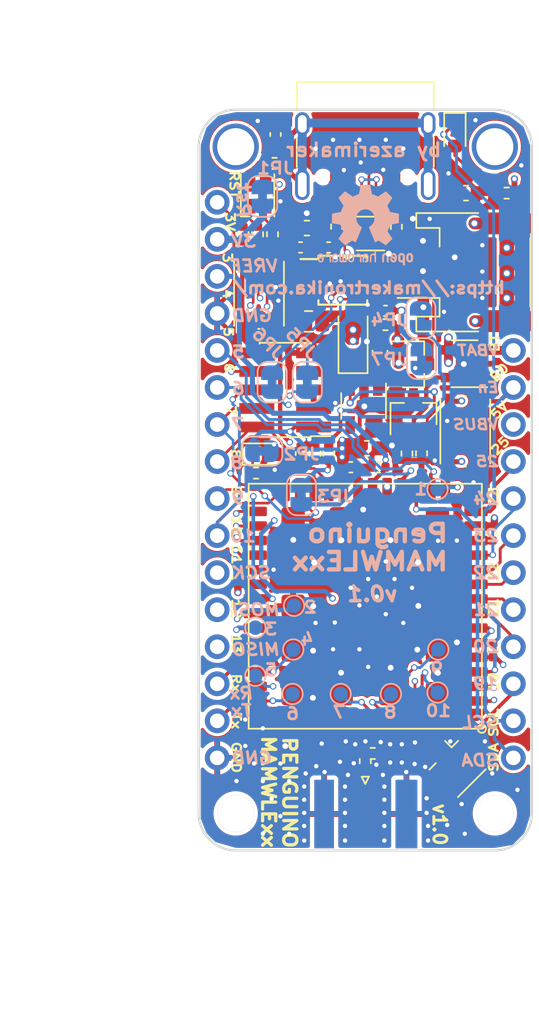
<source format=kicad_pcb>
(kicad_pcb (version 20221018) (generator pcbnew)
  (title_block (title "Penguino MAMWLExx") (date "2021-04-09") (rev "0.1") (company "MakerTronika Labs") (comment 1 "https://makertronika.com/") (comment 2 "design by Orkhan AmirAslan (azerimaker)"))
  (layers (0 "F.Cu" mixed "Top.HF") (1 "In1.Cu" power "In1.GND") (2 "In2.Cu" power "In2.PWR") (31 "B.Cu" mixed "Bottom.LF") (34 "B.Paste" user) (35 "F.Paste" user) (36 "B.SilkS" user "B.Silkscreen") (37 "F.SilkS" user "F.Silkscreen") (38 "B.Mask" user) (39 "F.Mask" user) (44 "Edge.Cuts" user))
  (net 0 "")
  (net 1 "GND")
  (net 2 "+BATT")
  (net 3 "VBUS")
  (net 4 "+3V3")
  (net 5 "Net-(D4-Pad1)")
  (net 6 "Net-(D4-Pad2)")
  (net 7 "USB_N")
  (net 8 "USB_P")
  (net 9 "LDO_EN")
  (net 10 "VDD_IN")
  (net 11 "Net-(C1-Pad2)")
  (net 12 "Net-(C4-Pad1)")
  (net 13 "Net-(C10-Pad2)")
  (net 14 "Net-(D1-Pad2)")
  (net 15 "Net-(D1-Pad1)")
  (net 16 "Net-(D3-Pad1)")
  (net 17 "Net-(D3-Pad2)")
  (net 18 "Net-(D3-Pad3)")
  (net 19 "Net-(D3-Pad4)")
  (net 20 "Net-(J4-Pad1)")
  (net 21 "Net-(J5-Pad1)")
  (net 22 "Net-(JP4-Pad2)")
  (net 23 "Net-(JP6-Pad2)")
  (net 24 "PC13")
  (net 25 "Net-(R1-Pad1)")
  (net 26 "Net-(C2-Pad1)")
  (net 27 "NRST")
  (net 28 "PA13_SWDIO")
  (net 29 "PA14_SWCLK")
  (net 30 "VBAT")
  (net 31 "PA3_RxD2")
  (net 32 "Net-(JP5-Pad2)")
  (net 33 "PA2_TxD2")
  (net 34 "BOOT0")
  (net 35 "PA9_SCL1")
  (net 36 "PA10_SDA1")
  (net 37 "/PC0")
  (net 38 "/PC6")
  (net 39 "/PB15")
  (net 40 "/PB9")
  (net 41 "/PB8")
  (net 42 "/PC2")
  (net 43 "/PA8")
  (net 44 "/PA4")
  (net 45 "PA6_MISO1")
  (net 46 "PA7_MOSI1")
  (net 47 "PB11")
  (net 48 "PB10")
  (net 49 "PB12")
  (net 50 "PB13")
  (net 51 "PB1")
  (net 52 "PA11")
  (net 53 "PA12")
  (net 54 "VREF+")
  (net 55 "PA5_SCK1")
  (net 56 "PB6_TxD1")
  (net 57 "PB7_RxD1")
  (net 58 "PA1")
  (net 59 "Net-(C13-Pad1)")
  (net 60 "Net-(D6-Pad2)")
  (net 61 "Net-(J2-PadB5)")
  (net 62 "Net-(J2-PadA5)")
  (net 63 "PB3_SWO")
  (net 64 "PA15_JTDI")
  (net 65 "/PB2")
  (net 66 "PB4_LED_B")
  (net 67 "PB5_LED_R")
  (net 68 "PC1_LED_G")
  (net 69 "/PA0")
  (footprint "Inductor_SMD:L_0603_1608Metric" (layer "F.Cu") (at 131.8875 76.7 180)
    (fp_text reference "FB1" hide)
    (fp_text value "PZ1608D221-1R0TF" hide)
  )
  (footprint "Capacitor_SMD:C_0603_1608Metric" (layer "F.Cu") (at 142.8 74.3)
    (fp_text reference "C3" hide)
    (fp_text value "10uF" hide)
  )
  (footprint "Capacitor_SMD:C_0603_1608Metric" (layer "F.Cu") (at 136.9 85.25 90)
    (fp_text reference "C5" hide)
    (fp_text value "10uF" hide)
  )
  (footprint "Capacitor_SMD:C_0603_1608Metric" (layer "F.Cu") (at 136 91.8)
    (fp_text reference "C6" hide)
    (fp_text value "10uF" hide)
  )
  (footprint "LED_SMD:LED_0603_1608Metric" (layer "F.Cu") (at 142.04 70.2875 -90)
    (fp_text reference "D1" hide)
    (fp_text value "CH_ORANGE" hide)
  )
  (footprint "LED_SMD:LED_Cree-PLCC4_2x2mm_CW" (layer "F.Cu") (at 128.5 74.45 90)
    (fp_text reference "D3" hide)
    (fp_text value "FM-B2020RGBA" hide)
  )
  (footprint "LED_SMD:LED_0603_1608Metric" (layer "F.Cu") (at 128.95 92.2)
    (fp_text reference "D4" hide)
    (fp_text value "PWR_BLUE" hide)
  )
  (footprint "Connector_JST:JST_PH_S2B-PH-SM4-TB_1x02-1MP_P2.00mm_Horizontal" (layer "F.Cu") (at 142.7 79.73 90)
    (fp_text reference "J1" hide)
    (fp_text value "JST_PH" hide)
  )
  (footprint "Connector_PinHeader_1.27mm:PinHeader_2x05_P1.27mm_Vertical_SMD" (layer "F.Cu") (at 130.4 87.8 180)
    (fp_text reference "J3" hide)
    (fp_text value "Conn_ARM_JTAG_SWD_10" hide)
  )
  (footprint "penguino_v1:SMA_J_P_X_ST_EM1_EdgeMount" (layer "F.Cu") (at 135.89 116.73 -90)
    (fp_text reference "J5" hide)
    (fp_text value "SMA-Edge-Mount" hide)
  )
  (footprint "Package_TO_SOT_SMD:SOT-23" (layer "F.Cu") (at 139.173 86.0425)
    (fp_text reference "Q1" hide)
    (fp_text value "SI2323DS" hide)
  )
  (footprint "Resistor_SMD:R_0402_1005Metric" (layer "F.Cu") (at 138.75 92.159999 -90)
    (fp_text reference "R1" hide)
    (fp_text value "4K7" hide)
  )
  (footprint "Resistor_SMD:R_0402_1005Metric" (layer "F.Cu") (at 129.665 72.263)
    (fp_text reference "R2" hide)
    (fp_text value "1M" hide)
  )
  (footprint "Resistor_SMD:R_0402_1005Metric" (layer "F.Cu") (at 145.590001 74.3 180)
    (fp_text reference "R3" hide)
    (fp_text value "1K5" hide)
  )
  (footprint "Resistor_SMD:R_0402_1005Metric" (layer "F.Cu") (at 137.275 83.325 180)
    (fp_text reference "R4" hide)
    (fp_text value "100K" hide)
  )
  (footprint "Resistor_SMD:R_0402_1005Metric" (layer "F.Cu") (at 128.5 77.125 -90)
    (fp_text reference "R5" hide)
    (fp_text value "1K5" hide)
  )
  (footprint "Resistor_SMD:R_0402_1005Metric" (layer "F.Cu") (at 129.525 77.125 -90)
    (fp_text reference "R6" hide)
    (fp_text value "1K5" hide)
  )
  (footprint "Resistor_SMD:R_0402_1005Metric" (layer "F.Cu") (at 127.5 77.125 -90)
    (fp_text reference "R7" hide)
    (fp_text value "1K5" hide)
  )
  (footprint "Resistor_SMD:R_0402_1005Metric" (layer "F.Cu") (at 128.395 93.5)
    (fp_text reference "R8" hide)
    (fp_text value "1K2" hide)
  )
  (footprint "Resistor_SMD:R_0402_1005Metric" (layer "F.Cu") (at 133.3825 92.157 -90)
    (fp_text reference "R13" hide)
    (fp_text value "1M" hide)
  )
  (footprint "Resistor_SMD:R_0402_1005Metric" (layer "F.Cu") (at 132.43 92.160999 90)
    (fp_text reference "R14" hide)
    (fp_text value "1M" hide)
  )
  (footprint "Resistor_SMD:R_0402_1005Metric" (layer "F.Cu") (at 136.4 112.728632)
    (fp_text reference "R15" hide)
    (fp_text value "0R" hide)
  )
  (footprint "Resistor_SMD:R_0402_1005Metric" (layer "F.Cu") (at 135.89 113.2565 90)
    (fp_text reference "R16" hide)
    (fp_text value "0R" hide)
  )
  (footprint "penguino_v1:SW_Push_SKRPACE010" (layer "F.Cu") (at 142.75 90.65 -90)
    (fp_text reference "SW2" hide)
    (fp_text value "BOOT0" hide)
  )
  (footprint "Package_TO_SOT_SMD:SOT-23-5" (layer "F.Cu") (at 142.7 86 180)
    (fp_text reference "U1" hide)
    (fp_text value "MCP73831" hide)
  )
  (footprint "Package_TO_SOT_SMD:SOT-23" (layer "F.Cu") (at 139.2 89.45 90)
    (fp_text reference "U3" hide)
    (fp_text value "TPS3839K33D" hide)
  )
  (footprint "penguino_v1:Feather-Generic" (layer "F.Cu") (at 124.46 68.58)
    (fp_text reference "U6" hide)
    (fp_text value "Feather-Generic" hide)
  )
  (footprint "Capacitor_SMD:C_0402_1005Metric" (layer "F.Cu") (at 131.4775 92.159 -90)
    (fp_text reference "C10" hide)
    (fp_text value "100nF" hide)
  )
  (footprint "Package_TO_SOT_SMD:SOT-363_SC-70-6" (layer "F.Cu") (at 136 77.075 180)
    (fp_text reference "D5" hide)
    (fp_text value "NUP2202" hide)
  )
  (footprint "Package_TO_SOT_SMD:TSOT-23-5" (layer "F.Cu") (at 135.8 88.9 -90)
    (fp_text reference "U2" hide)
    (fp_text value "RT9078-33GJ5" hide)
  )
  (footprint "penguino_v1:SW_Push_SKRPACE010" (layer "F.Cu") (at 128.6 81.2 -90)
    (fp_text reference "SW1" hide)
    (fp_text value "RESET" hide)
  )
  (footprint "stm32wl-lib-v1:stm32wl-mamwlexx-module-footprint_w_s_paste" (layer "F.Cu") (at 143.69 94.43 180)
    (fp_text reference "U5" hide)
    (fp_text value "MAMWLExx" hide)
  )
  (footprint "Connector_USB:USB_C_Receptacle_HRO_TYPE-C-31-M-12" (layer "F.Cu") (at 135.89 70.6 180)
    (fp_text reference "J2" hide)
    (fp_text value "USB_C_Receptacle_USB2.0" hide)
  )
  (footprint "Resistor_SMD:R_0402_1005Metric" (layer "F.Cu") (at 138.025 76.615 90)
    (fp_text reference "R11" hide)
    (fp_text value "5K1" hide)
  )
  (footprint "Resistor_SMD:R_0402_1005Metric" (layer "F.Cu") (at 133.925 76.6 90)
    (fp_text reference "R12" hide)
    (fp_text value "5K1" hide)
  )
  (footprint "Inductor_SMD:L_0402_1005Metric" (layer "F.Cu") (at 133.55 112.7 45)
    (fp_text reference "D6" hide)
    (fp_text value "PGB1010402" hide)
  )
  (footprint "Connector_Coaxial:U.FL_Hirose_U.FL-R-SMT-1_Vertical" (layer "F.Cu") (at 141.9 113.475 -45)
    (fp_text reference "J4" hide)
    (fp_text value "U.FL-R-SMT-1" hide)
  )
  (footprint "Package_SO:MSOP-10_3x3mm_P0.5mm" (layer "F.Cu") (at 134.35 80.275)
    (fp_text reference "U4" hide)
    (fp_text value "CH340E" hide)
  )
  (footprint "Capacitor_SMD:C_0402_1005Metric" (layer "F.Cu") (at 129.7305 70.2815 -90)
    (fp_text reference "C1" hide)
    (fp_text value "10nF")
  )
  (footprint "Capacitor_SMD:C_0402_1005Metric" (layer "F.Cu") (at 133.375 78.025)
    (fp_text reference "C2" hide)
    (fp_text value "10nF")
  )
  (footprint "Capacitor_SMD:C_0402_1005Metric" (layer "F.Cu") (at 131.45 78.025)
    (fp_text reference "C4" hide)
    (fp_text value "100nF")
  )
  (footprint "Capacitor_SMD:C_0402_1005Metric" (layer "F.Cu") (at 134.9 93.1)
    (fp_text reference "C7" hide)
    (fp_text value "100nF")
  )
  (footprint "Capacitor_SMD:C_0402_1005Metric" (layer "F.Cu") (at 144.6 97.65 -90)
    (fp_text reference "C8" hide)
    (fp_text value "100nF")
  )
  (footprint "Capacitor_SMD:C_0402_1005Metric" (layer "F.Cu") (at 127.15 100.65 90)
    (fp_text reference "C9" hide)
    (fp_text value "100nF")
  )
  (footprint "Capacitor_SMD:C_0402_1005Metric" (layer "F.Cu") (at 136.8 93.1 180)
    (fp_text reference "C12" hide)
    (fp_text value "100nF")
  )
  (footprint "Capacitor_SMD:C_0402_1005Metric" (layer "F.Cu") (at 144.65 105.65 90)
    (fp_text reference "C14" hide)
    (fp_text value "100nF")
  )
  (footprint "Resistor_SMD:R_0402_1005Metric" (layer "F.Cu") (at 139.75 92.15 -90)
    (fp_text reference "R9" hide)
    (fp_text value "10K")
  )
  (footprint "Fuse:Fuse_0805_2012Metric" (layer "F.Cu") (at 132 83.1)
    (fp_text reference "F1" hide)
    (fp_text value "0.75A" hide)
  )
  (footprint "Capacitor_SMD:C_0402_1005Metric" (layer "F.Cu") (at 137.28 82.375 180)
    (fp_text reference "C13" hide)
    (fp_text value "100nF" hide)
  )
  (footprint "Diode_SMD:D_SOD-123" (layer "F.Cu") (at 135.05 84.4 90)
    (fp_text reference "D2" hide)
    (fp_text value "B5819W" hide)
  )
  (footprint "Jumper:SolderJumper-2_P1.3mm_Bridged_RoundedPad1.0x1.5mm" (layer "B.Cu") (at 129.5 87.267499 90)
    (fp_text reference "JP6" hide)
    (fp_text value "Tx" hide)
  )
  (footprint "Jumper:SolderJumper-2_P1.3mm_Bridged_RoundedPad1.0x1.5mm" (layer "B.Cu") (at 131.912 87.267499 90)
    (fp_text reference "JP5" hide)
    (fp_text value "Rx" hide)
  )
  (footprint "Jumper:SolderJumper-2_P1.3mm_Bridged_RoundedPad1.0x1.5mm" (layer "B.Cu") (at 128.8 92)
    (fp_text reference "JP2" hide)
    (fp_text value "PWRLED-Cut" hide)
  )
  (footprint "Jumper:SolderJumper-2_P1.3mm_Bridged_RoundedPad1.0x1.5mm" (layer "B.Cu") (at 128.84 74.53 90)
    (fp_text reference "JP1" hide)
    (fp_text value "RGB-Cut" hide)
  )
  (footprint "Jumper:SolderJumper-2_P1.3mm_Bridged_RoundedPad1.0x1.5mm" (layer "B.Cu") (at 131.5085 94.996 90)
    (fp_text reference "JP3" hide)
    (fp_text value "ADC-PIN-Cut" hide)
  )
  (footprint "Jumper:SolderJumper-2_P1.3mm_Bridged_RoundedPad1.0x1.5mm" (layer "B.Cu") (at 139.7 82.852501 -90)
    (fp_text reference "JP4" hide)
    (fp_text value "ADCV-Cut" hide)
  )
  (footprint "TestPoint:TestPoint_Pad_D1.0mm" (layer "B.Cu") (at 131 102.6)
    (fp_text reference "TP2" hide)
    (fp_text value "PC0" hide)
  )
  (footprint "TestPoint:TestPoint_Pad_D1.0mm" (layer "B.Cu") (at 128.35 104.1)
    (fp_text reference "TP3" hide)
    (fp_text value "PC6" hide)
  )
  (footprint "TestPoint:TestPoint_Pad_D1.0mm" (layer "B.Cu") (at 128.35 107.4)
    (fp_text reference "TP5" hide)
    (fp_text value "PB9" hide)
  )
  (footprint "TestPoint:TestPoint_Pad_D1.0mm" (layer "B.Cu") (at 130.9 108.65)
    (fp_text reference "TP6" hide)
    (fp_text value "PB8" hide)
  )
  (footprint "TestPoint:TestPoint_Pad_D1.0mm" (layer "B.Cu") (at 137.65 108.65)
    (fp_text reference "TP8" hide)
    (fp_text value "PC2" hide)
  )
  (footprint "TestPoint:TestPoint_Pad_D1.0mm" (layer "B.Cu") (at 140.9 105.6)
    (fp_text reference "TP9" hide)
    (fp_text value "PA8" hide)
  )
  (footprint "TestPoint:TestPoint_Pad_D1.0mm" (layer "B.Cu") (at 140.85 108.55)
    (fp_text reference "TP10" hide)
    (fp_text value "PA4" hide)
  )
  (footprint "Jumper:SolderJumper-2_P1.3mm_Bridged_RoundedPad1.0x1.5mm" (layer "B.Cu") (at 139.75 85.65 -90)
    (fp_text reference "JP7" hide)
    (fp_text value "UART_VCC" hide)
  )
  (footprint "TestPoint:TestPoint_Pad_D1.0mm" (layer "B.Cu") (at 140.85 94.6)
    (fp_text reference "TP1" hide)
    (fp_text value "PB2")
  )
  (footprint "TestPoint:TestPoint_Pad_D1.0mm" (layer "B.Cu") (at 134.2 108.65)
    (fp_text reference "TP7" hide)
    (fp_text value "PA0")
  )
  (footprint "TestPoint:TestPoint_Pad_D1.0mm" (layer "B.Cu") (at 130.95 105.6)
    (fp_text reference "TP4" hide)
    (fp_text value "PB15" hide)
  )
  (footprint "Symbol:OSHW-Logo2_7.3x6mm_SilkScreen" (layer "B.Cu") (at 135.9 76.5 180)
    (fp_text reference "REF**" hide)
    (fp_text value "OSHW-Logo2_7.3x6mm_SilkScreen" hide)
  )
  (gr_arc (start 144.78 68.58) (mid 146.576051 69.323949) (end 147.32 71.12) (stroke (width 0.15)) (layer "Edge.Cuts"))
  (gr_arc (start 147.32 116.84) (mid 146.576051 118.636051) (end 144.78 119.38) (stroke (width 0.15)) (layer "Edge.Cuts"))
  (gr_arc (start 127 119.38) (mid 125.203949 118.636051) (end 124.46 116.84) (stroke (width 0.15)) (layer "Edge.Cuts"))
  (gr_line (start 147.32 71.12) (end 147.32 116.84) (stroke (width 0.15)) (layer "Edge.Cuts"))
  (gr_arc (start 124.46 71.12) (mid 125.203949 69.323949) (end 127 68.58) (stroke (width 0.15)) (layer "Edge.Cuts"))
  (gr_line (start 127 68.58) (end 144.78 68.58) (stroke (width 0.15)) (layer "Edge.Cuts"))
  (gr_line (start 124.46 116.84) (end 124.46 71.12) (stroke (width 0.15)) (layer "Edge.Cuts"))
  (gr_line (start 144.78 119.38) (end 127 119.38) (stroke (width 0.15)) (layer "Edge.Cuts"))
  (gr_text "En" (at 144.325297 87.63) (layer "B.SilkS") (effects (font (size 0.7 0.8) (thickness 0.175) italic) (justify mirror)))
  (gr_text "VBUS" (at 143.50625 90.17) (layer "B.SilkS") (effects (font (size 0.7 0.8) (thickness 0.175) italic) (justify mirror)))
  (gr_text "25" (at 144.287202 92.71) (layer "B.SilkS") (effects (font (size 0.7 0.8) (thickness 0.175) italic) (justify mirror)))
  (gr_text "24" (at 144.185714 95.25) (layer "B.SilkS") (effects (font (size 0.8 0.9) (thickness 0.1875) italic) (justify mirror)))
  (gr_text "23" (at 144.185714 97.79) (layer "B.SilkS") (effects (font (size 0.8 0.9) (thickness 0.1875) italic) (justify mirror)))
  (gr_text "22" (at 144.185714 100.33) (layer "B.SilkS") (effects (font (size 0.8 0.9) (thickness 0.1875) italic) (justify mirror)))
  (gr_text "21" (at 144.185714 102.87) (layer "B.SilkS") (effects (font (size 0.8 0.9) (thickness 0.1875) italic) (justify mirror)))
  (gr_text "20" (at 144.185714 105.41) (layer "B.SilkS") (effects (font (size 0.8 0.9) (thickness 0.1875) italic) (justify mirror)))
  (gr_text "19" (at 144.185714 107.95) (layer "B.SilkS") (effects (font (size 0.8 0.9) (thickness 0.1875) italic) (justify mirror)))
  (gr_text "SDA" (at 143.778571 113.2) (layer "B.SilkS") (effects (font (size 0.8 0.9) (thickness 0.1875) italic) (justify mirror)))
  (gr_text "GND" (at 128.152857 113.03) (layer "B.SilkS") (effects (font (size 0.8 0.9) (thickness 0.1875) italic) (justify mirror)))
  (gr_text "Tx" (at 127.45 109.8) (layer "B.SilkS") (effects (font (size 0.8 0.9) (thickness 0.1875) italic) (justify mirror)))
  (gr_text "Rx" (at 127.4 108.6) (layer "B.SilkS") (effects (font (size 0.8 0.9) (thickness 0.1875) italic) (justify mirror)))
  (gr_text "MISO" (at 128.41 105.6) (layer "B.SilkS") (effects (font (size 0.8 0.9) (thickness 0.1875) italic) (justify mirror)))
  (gr_text "MOSI" (at 128.41 102.87) (layer "B.SilkS") (effects (font (size 0.8 0.9) (thickness 0.1875) italic) (justify mirror)))
  (gr_text "SCK" (at 128.11 100.33) (layer "B.SilkS") (effects (font (size 0.8 0.9) (thickness 0.1875) italic) (justify mirror)))
  (gr_text "10" (at 127.5 97.825) (layer "B.SilkS") (effects (font (size 0.8 0.9) (thickness 0.1875) italic) (justify mirror)))
  (gr_text "9" (at 127.2 95.2) (layer "B.SilkS") (effects (font (size 0.8 0.9) (thickness 0.1875) italic) (justify mirror)))
  (gr_text "8" (at 127.1 92.8) (layer "B.SilkS") (effects (font (size 0.8 0.9) (thickness 0.1875) italic) (justify mirror)))
  (gr_text "7" (at 127.21 90.17) (layer "B.SilkS") (effects (font (size 0.8 0.9) (thickness 0.1875) italic) (justify mirror)))
  (gr_text "6" (at 127.21 87.7) (layer "B.SilkS") (effects (font (size 0.8 0.9) (thickness 0.1875) italic) (justify mirror)))
  (gr_text "5" (at 127.21 85.2) (layer "B.SilkS") (effects (font (size 0.8 0.9) (thickness 0.1875) italic) (justify mirror)))
  (gr_text "GND" (at 128.152857 82.7) (layer "B.SilkS") (effects (font (size 0.8 0.9) (thickness 0.1875) italic) (justify mirror)))
  (gr_text "VREF" (at 128.3 79.3) (layer "B.SilkS") (effects (font (size 0.8 0.9) (thickness 0.1875) italic) (justify mirror)))
  (gr_text "Rst" (at 127.530304 74.85 270) (layer "B.SilkS") (effects (font (size 0.9 1) (thickness 0.1875) italic) (justify mirror)))
  (gr_text "VBAT" (at 143.658631 85.09) (layer "B.SilkS") (effects (font (size 0.7 0.8) (thickness 0.175) italic) (justify mirror)))
  (gr_text "SCL" (at 143.8 110.6) (layer "B.SilkS") (effects (font (size 0.8 0.9) (thickness 0.1875) italic) (justify mirror)))
  (gr_text "3V" (at 127.595714 77.6) (layer "B.SilkS") (effects (font (size 0.8 0.9) (thickness 0.1875) italic) (justify mirror)))
  (gr_text "Penguino \nMAMWLExx" (at 136.2 98.6) (layer "B.SilkS") (effects (font (size 1.2 1.4) (thickness 0.3)) (justify mirror)))
  (gr_text "v0.1" (at 138.3 101.8) (layer "B.SilkS") (effects (font (size 1 1.1) (thickness 0.25) italic) (justify left mirror)))
  (gr_text "by azerimaker" (at 141.23 71.34) (layer "B.SilkS") (effects (font (size 0.9 1) (thickness 0.2)) (justify left mirror)))
  (gr_text "https://makertronika.com/" (at 145.6 80.8) (layer "B.SilkS") (effects (font (size 0.8 0.9) (thickness 0.2)) (justify left mirror)))
  (gr_text "10" (at 140.9 109.8) (layer "B.SilkS") (effects (font (size 0.8 0.9) (thickness 0.1875)) (justify mirror)))
  (gr_text "9" (at 140.8 106.9) (layer "B.SilkS") (effects (font (size 0.8 0.9) (thickness 0.1875)) (justify mirror)))
  (gr_text "8" (at 137.6 109.9) (layer "B.SilkS") (effects (font (size 0.8 0.9) (thickness 0.1875)) (justify mirror)))
  (gr_text "7\n" (at 134.1 109.9) (layer "B.SilkS") (effects (font (size 0.8 0.9) (thickness 0.1875)) (justify mirror)))
  (gr_text "6" (at 130.9 110) (layer "B.SilkS") (effects (font (size 0.8 0.9) (thickness 0.1875)) (justify mirror)))
  (gr_text "4" (at 131.9 104.9) (layer "B.SilkS") (effects (font (size 0.8 0.9) (thickness 0.1875)) (justify mirror)))
  (gr_text "5" (at 129.4 107) (layer "B.SilkS") (effects (font (size 0.8 0.9) (thickness 0.1875)) (justify mirror)))
  (gr_text "3" (at 129.4 104.2) (layer "B.SilkS") (effects (font (size 0.8 0.9) (thickness 0.1875)) (justify mirror)))
  (gr_text "1" (at 139.7 94.6) (layer "B.SilkS") (effects (font (size 0.8 0.9) (thickness 0.1875)) (justify mirror)))
  (gr_text "2" (at 132.1 102.7) (layer "B.SilkS") (effects (font (size 0.8 0.9) (thickness 0.1875)) (justify mirror)))
  (gr_text "JP3" (at 133.8 95.1) (layer "B.SilkS") (effects (font (size 0.8 0.9) (thickness 0.1875)) (justify mirror)))
  (gr_text "JP2" (at 131.5 92.2) (layer "B.SilkS") (effects (font (size 0.8 0.9) (thickness 0.1875)) (justify mirror)))
  (gr_text "JP5" (at 131.5 84.6 315) (layer "B.SilkS") (effects (font (size 0.8 0.9) (thickness 0.1875)) (justify mirror)))
  (gr_text "JP6" (at 129.2 84.6 315) (layer "B.SilkS") (effects (font (size 0.8 0.9) (thickness 0.1875)) (justify mirror)))
  (gr_text "JP7" (at 137.5 85.7) (layer "B.SilkS") (effects (font (size 0.8 0.9) (thickness 0.1875)) (justify mirror)))
  (gr_text "JP4" (at 137.5 83) (layer "B.SilkS") (effects (font (size 0.8 0.9) (thickness 0.1875)) (justify mirror)))
  (gr_text "JP1" (at 129.7 72.6) (layer "B.SilkS") (effects (font (size 0.8 0.9) (thickness 0.1875)) (justify mirror)))
  (gr_text "v1.0" (at 141 117.6 270) (layer "F.SilkS") (effects (font (size 0.9 0.9) (thickness 0.2))))
  (gr_text "MAMWLExx" (at 129.25 115.35 270) (layer "F.SilkS") (effects (font (size 0.9 1) (thickness 0.225))))
  (gr_text "GND" (at 127.0365 113 270) (layer "F.SilkS") (effects (font (size 0.6 0.7))))
  (gr_text "PENGUINO" (at 130.7 115.4 270) (layer "F.SilkS") (effects (font (size 0.9 1) (thickness 0.225))))
  (gr_text "Tx" (at 127.0365 110.5 270) (layer "F.SilkS") (effects (font (size 0.6 0.7))))
  (gr_text "Rx" (at 127.0365 107.9 270) (layer "F.SilkS") (effects (font (size 0.6 0.7))))
  (gr_text "13" (at 127.0365 105.2 270) (layer "F.SilkS") (effects (font (size 0.6 0.7))))
  (gr_text "12" (at 127.0365 102.8 270) (layer "F.SilkS") (effects (font (size 0.6 0.7))))
  (gr_text "11" (at 127.0365 99.1 270) (layer "F.SilkS") (effects (font (size 0.6 0.7))))
  (gr_text "10" (at 127.0365 97.1 270) (layer "F.SilkS") (effects (font (size 0.6 0.7))))
  (gr_text "9" (at 127.0365 94.7 270) (layer "F.SilkS") (effects (font (size 0.6 0.7))))
  (gr_text "8" (at 127 92.2 270) (layer "F.SilkS") (effects (font (size 0.6 0.7))))
  (gr_text "7" (at 126.6825 89.2 270) (layer "F.SilkS") (effects (font (size 0.6 0.7))))
  (gr_text "6" (at 126.5555 86.2965 270) (layer "F.SilkS") (effects (font (size 0.6 0.7))))
  (gr_text "5" (at 126.492 83.82 270) (layer "F.SilkS") (effects (font (size 0.6 0.7))))
  (gr_text "3" (at 126.4285 78.74 270) (layer "F.SilkS") (effects (font (size 0.6 0.7))))
  (gr_text "3V" (at 126.619 76.2635 270) (layer "F.SilkS") (effects (font (size 0.6 0.7))))
  (gr_text "RST" (at 126.9 73.725 270) (layer "F.SilkS") (effects (font (size 0.6 0.7))))
  (gr_text "4" (at 126.4285 81.2165 270) (layer "F.SilkS") (effects (font (size 0.6 0.7))))
  (gr_text "SDA" (at 144.7 113 90) (layer "F.SilkS") (effects (font (size 0.6 0.7))))
  (gr_text "SCL" (at 144.7 110.617 90) (layer "F.SilkS") (effects (font (size 0.6 0.7))))
  (gr_text "19" (at 144.7 107.823 90) (layer "F.SilkS") (effects (font (size 0.6 0.7))))
  (gr_text "21" (at 144.7 102.743 90) (layer "F.SilkS") (effects (font (size 0.6 0.7))))
  (gr_text "22" (at 144.7 100.2665 90) (layer "F.SilkS") (effects (font (size 0.6 0.7))))
  (gr_text "23" (at 144.7 95.123 90) (layer "F.SilkS") (effects (font (size 0.6 0.7))))
  (gr_text "25" (at 145.161 91.6305 45) (layer "F.SilkS") (effects (font (size 0.6 0.7))))
  (gr_text "5V" (at 145.0975 89.2175 45) (layer "F.SilkS") (effects (font (size 0.6 0.7))))
  (gr_text "B0" (at 145.0975 86.614 45) (layer "F.SilkS") (effects (font (size 0.6 0.7))))
  (gr_text "BT" (at 144.78 84.582 90) (layer "F.SilkS") (effects (font (size 0.6 0.7))))
  (segment (start 145.6 78.05) (end 145.6 76.38) (width 1) (layer "F.Cu") (net 0))
  (segment (start 145.6 81.5) (end 145.6 79.8) (width 1) (layer "F.Cu") (net 0))
  (segment (start 145.6 79.8) (end 145.6 78.05) (width 1) (layer "F.Cu") (net 0))
  (segment (start 143.42 83.08) (end 143.41999 83.08001) (width 0.8) (layer "F.Cu") (net 0))
  (segment (start 145.6 76.38) (end 143.38 76.38) (width 0.8) (layer "F.Cu") (net 0))
  (segment (start 145.6 83.08) (end 143.42 83.08) (width 0.8) (layer "F.Cu") (net 0))
  (segment (start 143.38 76.38) (end 143.375 76.375) (width 0.8) (layer "F.Cu") (net 0))
  (segment (start 145.6 83.08) (end 145.6 81.5) (width 1) (layer "F.Cu") (net 0))
  (via (at 143.375 76.375) (size 0.6) (drill 0.4) (layers "F.Cu" "B.Cu") (net 0))
  (via (at 143.41999 83.08001) (size 0.6) (drill 0.4) (layers "F.Cu" "B.Cu") (net 0))
  (via (at 145.6 81.5) (size 0.6) (drill 0.4) (layers "F.Cu" "B.Cu") (net 0))
  (via (at 145.6 78.05) (size 0.6) (drill 0.4) (layers "F.Cu" "B.Cu") (net 0))
  (via (at 145.6 79.8) (size 0.6) (drill 0.4) (layers "F.Cu" "B.Cu") (net 0))
  (segment (start 130.94 102.63) (end 132.32 102.63) (width 0.5) (layer "F.Cu") (net 1))
  (segment (start 134.24 108.63) (end 134.24 107.2) (width 0.5) (layer "F.Cu") (net 1))
  (segment (start 134.24 107.2) (end 134.23 107.19) (width 0.5) (layer "F.Cu") (net 1))
  (segment (start 132.39 112.12) (end 132.33 112.18) (width 0.5) (layer "F.Cu") (net 1))
  (segment (start 136.9 84.475) (end 136 84.475) (width 0.5) (layer "F.Cu") (net 1))
  (segment (start 129.925 83.02) (end 129.925 81.675) (width 0.29337) (layer "F.Cu") (net 1))
  (segment (start 132.05 91.5) (end 132.05 91.181326) (width 0.3) (layer "F.Cu") (net 1))
  (segment (start 137.78 78.73) (end 137.5 78.45) (width 0.5) (layer "F.Cu") (net 1))
  (segment (start 141.995 78.73) (end 142.025 78.7) (width 0.5) (layer "F.Cu") (net 1))
  (segment (start 127.15 100.17) (end 127.15 99.618) (width 0.29337) (layer "F.Cu") (net 1))
  (segment (start 137.64 98.08) (end 137.62 98.1) (width 0.5) (layer "F.Cu") (net 1))
  (segment (start 137.64 106.86) (end 137.63 106.85) (width 0.5) (layer "F.Cu") (net 1))
  (segment (start 140.84 98.1) (end 140.88 98.14) (width 0.35) (layer "F.Cu") (net 1))
  (segment (start 135.38 93.1) (end 136.32 93.1) (width 0.5) (layer "F.Cu") (net 1))
  (segment (start 136.942799 89.142799) (end 136.725 88.925) (width 0.6096) (layer "F.Cu") (net 1))
  (segment (start 129.449797 93.5) (end 129.676485 93.273312) (width 0.18) (layer "F.Cu") (net 1))
  (segment (start 142.675 86) (end 142.65 86.025) (width 0.5) (layer "F.Cu") (net 1))
  (segment (start 137.64 96.63) (end 137.64 98.08) (width 0.5) (layer "F.Cu") (net 1))
  (segment (start 143.69 105.13) (end 142.2 105.13) (width 0.5) (layer "F.Cu") (net 1))
  (segment (start 136.475 82.375) (end 136.05 81.95) (width 0.35) (layer "F.Cu") (net 1))
  (segment (start 136.32 92.255) (end 136.775 91.8) (width 0.4) (layer "F.Cu") (net 1))
  (segment (start 130.94 105.63) (end 132.26 105.63) (width 0.5) (layer "F.Cu") (net 1))
  (segment (start 144.6 98.13) (end 143.455 98.13) (width 0.5) (layer "F.Cu") (net 1))
  (segment (start 130.39 110.83) (end 130.39 112.21) (width 0.5) (layer "F.Cu") (net 1))
  (segment (start 125.73 82.045) (end 126.55 81.225) (width 0.3) (layer "F.Cu") (net 1))
  (segment (start 128.905 93.5) (end 129.449797 93.5) (width 0.18) (layer "F.Cu") (net 1))
  (segment (start 140.84 96.63) (end 140.84 98.1) (width 0.35) (layer "F.Cu") (net 1))
  (segment (start 132.325 75.675) (end 131.875 75.675) (width 0.5) (layer "F.Cu") (net 1))
  (segment (start 137.532201 89.234239) (end 137.440761 89.142799) (width 0.6096) (layer "F.Cu") (net 1))
  (segment (start 144.61 105.13) (end 144.65 105.17) (width 0.25) (layer "F.Cu") (net 1))
  (segment (start 137.527082 91.8) (end 137.716502 91.61058) (width 0.6096) (layer "F.Cu") (net 1))
  (segment (start 134.24 96.63) (end 134.24 98.1) (width 0.5) (layer "F.Cu") (net 1))
  (segment (start 127.15 100.17) (end 128.13 100.17) (width 0.5) (layer "F.Cu") (net 1))
  (segment (start 132.37 99.63) (end 132.38 99.64) (width 0.5) (layer "F.Cu") (net 1))
  (segment (start 140.64 92.66) (end 140.66 92.64) (width 0.25) (layer "F.Cu") (net 1))
  (segment (start 143.575 74.175) (end 142.35 72.95) (width 0.35) (layer "F.Cu") (net 1))
  (segment (start 127.15 99.618) (end 126.946 99.414) (width 0.29337) (layer "F.Cu") (net 1))
  (segment (start 140.84 107.23) (end 140.87 107.2) (width 0.5) (layer "F.Cu") (net 1))
  (segment (start 134.55 111.9) (end 134.55 111.65) (width 0.3) (layer "F.Cu") (net 1))
  (segment (start 134.05 80.5) (end 134.2 80.35) (width 0.35) (layer "F.Cu") (net 1))
  (segment (start 134.55 111.65) (end 134.4 111.5) (width 0.3) (layer "F.Cu") (net 1))
  (segment (start 138.25 90.45) (end 137.716502 90.983498) (width 0.6096) (layer "F.Cu") (net 1))
  (segment (start 136.775 91.8) (end 137.527082 91.8) (width 0.6096) (layer "F.Cu") (net 1))
  (segment (start 142.2 105.13) (end 142.18 105.11) (width 0.5) (layer "F.Cu") (net 1))
  (segment (start 139.52 99.63) (end 139.51 99.62) (width 0.5) (layer "F.Cu") (net 1))
  (segment (start 133.225 80.275) (end 133.45 80.5) (width 0.35) (layer "F.Cu") (net 1))
  (segment (start 143.69 105.13) (end 144.61 105.13) (width 0.25) (layer "F.Cu") (net 1))
  (segment (start 132.64 74.645) (end 132.64 75.11) (width 0.5) (layer "F.Cu") (net 1))
  (segment (start 139.85 78.73) (end 139.85 79.65) (width 0.5) (layer "F.Cu") (net 1))
  (segment (start 136.725 88.925) (end 135.825 88.925) (width 0.6096) (layer "F.Cu") (net 1))
  (segment (start 130.94 108.63) (end 132.01245 108.63) (width 0.5) (layer "F.Cu") (net 1))
  (segment (start 132.64 75.36) (end 132.325 75.675) (width 0.5) (layer "F.Cu") (net 1))
  (segment (start 135.39 94.43) (end 135.39 95.646) (width 0.4) (layer "F.Cu") (net 1))
  (segment (start 136.32 93.1) (end 136.32 92.255) (width 0.4) (layer "F.Cu") (net 1))
  (segment (start 137.532201 89.732201) (end 137.532201 89.234239) (width 0.6096) (layer "F.Cu") (net 1))
  (segment (start 130.39 112.21) (end 130.4 112.22) (width 0.5) (layer "F.Cu") (net 1))
  (segment (start 129.67 80.67) (end 129.75 80.75) (width 0.29337) (layer "F.Cu") (net 1))
  (segment (start 135.8 87.59) (end 135.8 88.9) (width 0.6096) (layer "F.Cu") (net 1))
  (segment (start 130.94 98.07) (end 130.95 98.08) (width 0.5) (layer "F.Cu") (net 1))
  (segment (start 140.84 108.63) (end 140.84 107.23) (width 0.5) (layer "F.Cu") (net 1))
  (segment (start 139.85 78.73) (end 139.85 77.575) (width 0.5) (layer "F.Cu") (net 1))
  (segment (start 137.64 108.63) (end 137.64 106.86) (width 0.5) (layer "F.Cu") (net 1))
  (segment (start 139.14 74.645) (end 139.14 76.040522) (width 0.5) (layer "F.Cu") (net 1))
  (segment (start 143.45 98.125) (end 142.175 98.125) (width 0.5) (layer "F.Cu") (net 1))
  (segment (start 134.4 111.5) (end 134.4 110.7) (width 0.3) (layer "F.Cu") (net 1))
  (segment (start 143.575 74.3) (end 143.575 74.175) (width 0.35) (layer "F.Cu") (net 1))
  (segment (start 140.84 98.18) (end 140.88 98.14) (width 0.35) (layer "F.Cu") (net 1))
  (segment (start 137.716502 90.983498) (end 137.716502 91.61058) (width 0.6096) (layer "F.Cu") (net 1))
  (segment (start 133.45 80.5) (end 134.05 80.5) (width 0.35) (layer "F.Cu") (net 1))
  (segment (start 131.4775 91.679) (end 131.552326 91.679) (width 0.25) (layer "F.Cu") (net 1))
  (segment (start 143.8 86) (end 142.675 86) (width 0.5) (layer "F.Cu") (net 1))
  (segment (start 132.43 91.650999) (end 132.43 91.561326) (width 0.25) (layer "F.Cu") (net 1))
  (segment (start 136.765 83.325) (end 136.765 84.34) (width 0.35) (layer "F.Cu") (net 1))
  (segment (start 125.73 82.55) (end 125.73 82.045) (width 0.3) (layer "F.Cu") (net 1))
  (segment (start 132.39 110.83) (end 132.39 112.12) (width 0.5) (layer "F.Cu") (net 1))
  (segment (start 134.24 98.1) (end 134.25 98.11) (width 0.5) (layer "F.Cu") (net 1))
  (segment (start 128.14 100.13) (end 129.595 100.13) (width 0.5) (layer "F.Cu") (net 1))
  (segment (start 140.84 102.63) (end 139.55 102.63) (width 0.5) (layer "F.Cu") (net 1))
  (segment (start 130.94 99.63) (end 132.37 99.63) (width 0.5) (layer "F.Cu") (net 1))
  (segment (start 132.64 74.645) (end 132.64 75.36) (width 0.5) (layer "F.Cu") (net 1))
  (segment (start 143.455 98.13) (end 143.45 98.125) (width 0.5) (layer "F.Cu") (net 1))
  (segment (start 142.35 72.95) (end 141.6 72.95) (width 0.35) (layer "F.Cu") (net 1))
  (segment (start 129.67 79.125) (end 129.67 80.67) (width 0.29337) (layer "F.Cu") (net 1))
  (segment (start 132.35 89.07) (end 133.455384 89.07) (width 0.3) (layer "F.Cu") (net 1))
  (segment (start 139.75 92.66) (end 140.64 92.66) (width 0.25) (layer "F.Cu") (net 1))
  (segment (start 135.39 95.646) (end 135.747 96.003) (width 0.4) (layer "F.Cu") (net 1))
  (segment (start 139.85 78.73) (end 141.995 78.73) (width 0.5) (layer "F.Cu") (net 1))
  (segment (start 140.84 105.63) (end 139.48 105.63) (width 0.5) (layer "F.Cu") (net 1))
  (segment (start 139.14 76.040522) (end 139.151888 76.05241) (width 0.5) (layer "F.Cu") (net 1))
  (segment (start 132.43 91.561326) (end 132.05 91.181326) (width 0.25) (layer "F.Cu") (net 1))
  (segment (start 134.4 110.7) (end 134.45 110.7) (width 0.3) (layer "F.Cu") (net 1))
  (segment (start 139.55 102.63) (end 139.53 102.61) (width 0.5) (layer "F.Cu") (net 1))
  (segment (start 132.26 105.63) (end 132.31 105.68) (width 0.5) (layer "F.Cu") (net 1))
  (segment (start 131.552326 91.679) (end 132.05 91.181326) (width 0.25) (layer "F.Cu") (net 1))
  (segment (start 125.73 82.55) (end 125.73 82.905) (width 0.3) (layer "F.Cu") (net 1))
  (segment (start 133.455384 89.07) (end 133.833053 88.692331) (width 0.3) (layer "F.Cu") (net 1))
  (segment (start 133.855 78.695) (end 133.85 78.7) (width 0.4) (layer "F.Cu") (net 1))
  (segment (start 125.73 82.905) (end 126.625 83.8) (width 0.3) (layer "F.Cu") (net 1))
  (segment (start 139.85 78.73) (end 137.78 78.73) (width 0.5) (layer "F.Cu") (net 1))
  (segment (start 140.84 99.63) (end 140.84 98.18) (width 0.35) (layer "F.Cu") (net 1))
  (segment (start 138.25 90.45) (end 137.532201 89.732201) (width 0.6096) (layer "F.Cu") (net 1))
  (segment (start 132.15 80.275) (end 133.225 80.275) (width 0.35) (layer "F.Cu") (net 1))
  (segment (start 133.855 78.025) (end 133.855 78.695) (width 0.4) (layer "F.Cu") (net 1))
  (segment (start 136.8 82.375) (end 136.475 82.375) (width 0.35) (layer "F.Cu") (net 1))
  (segment (start 137.440761 89.142799) (end 136.942799 89.142799) (width 0.6096) (layer "F.Cu") (net 1))
  (segment (start 132.01245 108.63) (end 132.296801 108.914351) (width 0.5) (layer "F.Cu") (net 1))
  (segment (start 129.67 83.275) (end 129.925 83.02) (width 0.29337) (layer "F.Cu") (net 1))
  (segment (start 129.595 100.13) (end 129.6 100.125) (width 0.5) (layer "F.Cu") (net 1))
  (segment (start 139.48 105.63) (end 139.46 105.61) (width 0.5) (layer "F.Cu") (net 1))
  (segment (start 130.94 96.63) (end 130.94 98.07) (width 0.5) (layer "F.Cu") (net 1))
  (segment (start 140.84 99.63) (end 139.52 99.63) (width 0.5) (layer "F.Cu") (net 1))
  (segment (start 135.8 88.9) (end 135.825 88.925) (width 0.6096) (layer "F.Cu") (net 1))
  (segment (start 136.765 84.34) (end 136.9 84.475) (width 0.35) (layer "F.Cu") (net 1))
  (via (at 128.51 69.35) (size 0.45) (drill 0.3) (layers "F.Cu" "B.Cu") (net 1))
  (via (at 137.125 72.7) (size 0.45) (drill 0.3) (layers "F.Cu" "B.Cu") (net 1))
  (via (at 132.38 99.64) (size 0.6) (drill 0.4) (layers "F.Cu" "B.Cu") (net 1))
  (via (at 141.29 82.44) (size 0.45) (drill 0.3) (layers "F.Cu" "B.Cu") (net 1))
  (via (at 134.5 115.9) (size 0.55) (drill 0.3) (layers "F.Cu" "B.Cu") (net 1))
  (via (at 136.0904 106.7894) (size 0.45) (drill 0.3) (layers "F.Cu" "B.Cu") (net 1))
  (via (at 127.6568 110.4038) (size 0.45) (drill 0.3) (layers "F.Cu" "B.Cu") (net 1))
  (via (at 137.6 113.35) (size 0.55) (drill 0.3) (layers "F.Cu" "B.Cu") (net 1))
  (via (at 137.2 116.8) (size 0.55) (drill 0.3) (layers "F.Cu" "B.Cu") (net 1))
  (via (at 146.6 72.4) (size 0.45) (drill 0.3) (layers "F.Cu" "B.Cu") (net 1))
  (via (at 135.488 105.5846) (size 0.45) (drill 0.3) (layers "F.Cu" "B.Cu") (net 1))
  (via (at 139.85 79.65) (size 0.6) (drill 0.4) (layers "F.Cu" "B.Cu") (net 1))
  (via (at 134.15 113.3) (size 0.55) (drill 0.3) (layers "F.Cu" "B.Cu") (net 1))
  (via (at 140.3072 76.067) (size 0.45) (drill 0.3) (layers "F.Cu" "B.Cu") (net 1))
  (via (at 129.6 100.125) (size 0.45) (drill 0.3) (layers "F.Cu" "B.Cu") (net 1))
  (via (at 134.425 72.725) (size 0.45) (drill 0.3) (layers "F.Cu" "B.Cu") (net 1))
  (via (at 135.575 72.2) (size 0.45) (drill 0.3) (layers "F.Cu" "B.Cu") (net 1))
  (via (at 134.5 117.7) (size 0.55) (drill 0.3) (layers "F.Cu" "B.Cu") (net 1))
  (via (at 131.8 114.1) (size 0.55) (drill 0.3) (layers "F.Cu" "B.Cu") (net 1))
  (via (at 133.6808 105.5846) (size 0.45) (drill 0.3) (layers "F.Cu" "B.Cu") (net 1))
  (via (at 138.7 114) (size 0.55) (drill 0.3) (layers "F.Cu" "B.Cu") (net 1))
  (via (at 138.4 113.35) (size 0.55) (drill 0.3) (layers "F.Cu" "B.Cu") (net 1))
  (via (at 137.62 98.1) (size 0.6) (drill 0.4) (layers "F.Cu" "B.Cu") (net 1))
  (via (at 133.85 78.7) (size 0.45) (drill 0.3) (layers "F.Cu" "B.Cu") (net 1))
  (via (at 135.488 70.6454) (size 0.45) (drill 0.3) (layers "F.Cu" "B.Cu") (net 1))
  (via (at 129.75 80.75) (size 0.45) (drill 0.3) (layers "F.Cu" "B.Cu") (net 1))
  (via (at 140.66 92.64) (size 0.45) (drill 0.3) (layers "F.Cu" "B.Cu") (net 1))
  (via (at 137.6 112.1) (size 0.55) (drill 0.3) (layers "F.Cu" "B.Cu") (net 1))
  (via (at 139.46 105.61) (size 0.6) (drill 0.4) (layers "F.Cu" "B.Cu") (net 1))
  (via (at 139.51 99.62) (size 0.6) (drill 0.4) (layers "F.Cu" "B.Cu") (net 1))
  (via (at 137.2952 99.5606) (size 0.45) (drill 0.3) (layers "F.Cu" "B.Cu") (net 1))
  (via (at 134.25 98.11) (size 0.6) (drill 0.4) (layers "F.Cu" "B.Cu") (net 1))
  (via (at 137.2 115.9) (size 0.55) (drill 0.3) (layers "F.Cu" "B.Cu") (net 1))
  (via (at 141.512 89.9222) (size 0.45) (drill 0.3) (layers "F.Cu" "B.Cu") (net 1))
  (via (at 140.88 98.14) (size 0.45) (drill 0.3) (layers "F.Cu" "B.Cu") (net 1))
  (via (at 135.9 111.9) (size 0.55) (drill 0.3) (layers "F.Cu" "B.Cu") (net 1))
  (via (at 140.87 107.2) (size 0.6) (drill 0.4) (layers "F.Cu" "B.Cu") (net 1))
  (via (at 140.1 116.8) (size 0.55) (drill 0.3) (layers "F.Cu" "B.Cu") (net 1))
  (via (at 140 113.65) (size 0.55) (drill 0.3) (layers "F.Cu" "B.Cu") (net 1))
  (via (at 135.488 102.5726) (size 0.45) (drill 0.3) (layers "F.Cu" "B.Cu") (net 1))
  (via (at 138.5 103.7774) (size 0.45) (drill 0.3) (layers "F.Cu" "B.Cu") (net 1))
  (via (at 133.45 80.5) (size 0.45) (drill 0.3) (layers "F.Cu" "B.Cu") (net 1))
  (via (at 128.8616 111.0062) (size 0.45) (drill 0.3) (layers "F.Cu" "B.Cu") (net 1))
  (via (at 132.525 113.6) (size 0.55) (drill 0.3) (layers "F.Cu" "B.Cu") (net 1))
  (via (at 133.1 114) (size 0.55) (drill 0.3) (layers "F.Cu" "B.Cu") (net 1))
  (via (at 137.1 114.2) (size 0.55) (drill 0.3) (layers "F.Cu" "B.Cu") (net 1))
  (via (at 142.18 105.11) (size 0.6) (drill 0.4) (layers "F.Cu" "B.Cu") (net 1))
  (via (at 136.65 113.5) (size 0.55) (drill 0.3) (layers "F.Cu" "B.Cu") (net 1))
  (via (at 137.2 118.7) (size 0.55) (drill 0.3) (layers "F.Cu" "B.Cu") (net 1))
  (via (at 128.8616 118.235) (size 0.45) (drill 0.3) (layers "F.Cu" "B.Cu") (net 1))
  (via (at 130.6688 114.6206) (size 0.45) (drill 0.3) (layers "F.Cu" "B.Cu") (net 1))
  (via (at 126.946 99.414) (size 0.45) (drill 0.3) (layers "F.Cu" "B.Cu") (net 1))
  (via (at 143.9216 81.4886) (size 0.45) (drill 0.3) (layers "F.Cu" "B.Cu") (net 1))
  (via (at 127.0544 114.6206) (size 0.45) (drill 0.3) (layers "F.Cu" "B.Cu") (net 1))
  (via (at 140.2 117.7) (size 0.55) (drill 0.3) (layers "F.Cu" "B.Cu") (net 1))
  (via (at 136 84.475) (size 0.6) (drill 0.4) (layers "F.Cu" "B.Cu") (net 1))
  (via (at 144.6 114.1) (size 0.55) (drill 0.3) (layers "F.Cu" "B.Cu") (net 1))
  (via (at 133.8 103.75) (size 0.45) (drill 0.3) (layers "F.Cu" "B.Cu") (net 1))
  (via (at 136.0904 100.7654) (size 0.45) (drill 0.3) (layers "F.Cu" "B.Cu") (net 1))
  (via (at 137.2952 103.175) (size 0.45) (drill 0.3) (layers "F.Cu" "B.Cu") (net 1))
  (via (at 134.5 118.7) (size 0.55) (drill 0.3) (layers "F.Cu" "B.Cu") (net 1))
  (via (at 144.1 111.9) (size 0.55) (drill 0.3) (layers "F.Cu" "B.Cu") (net 1))
  (via (at 136.6928 101.9702) (size 0.45) (drill 0.3) (layers "F.Cu" "B.Cu") (net 1))
  (via (at 130.0664 113.4158) (size 0.45) (drill 0.3) (layers "F.Cu" "B.Cu") (net 1))
  (via (at 142.65 86.025) (size 0.6) (drill 0.4) (layers "F.Cu" "B.Cu") (net 1))
  (via (at 132.296801 108.914351) (size 0.6) (drill 0.4) (layers "F.Cu" "B.Cu") (net 1))
  (via (at 135.2 112.1) (size 0.55) (drill 0.3) (layers "F.Cu" "B.Cu") (net 1))
  (via (at 131.7 116.8) (size 0.55) (drill 0.3) (layers "F.Cu" "B.Cu") (net 1))
  (via (at 134.5 116.8) (size 0.55) (drill 0.3) (layers "F.Cu" "B.Cu") (net 1))
  (via (at 131.875 75.675) (size 0.6) (drill 0.4) (layers "F.Cu" "B.Cu") (net 1))
  (via (at 134.23 107.19) (size 0.6) (drill 0.4) (layers "F.Cu" "B.Cu") (net 1))
  (via (at 141.725 111.9) (size 0.55) (drill 0.3) (layers "F.Cu" "B.Cu") (net 1))
  (via (at 141.512 117.6326) (size 0.45) (drill 0.3) (layers "F.Cu" "B.Cu") (net 1))
  (via (at 132.31 105.68) (size 0.6) (drill 0.4) (layers "F.Cu" "B.Cu") (net 1))
  (via (at 130.95 98.08) (size 0.6) (drill 0.4) (layers "F.Cu" "B.Cu") (net 1))
  (via (at 138.5 71.2478) (size 0.45) (drill 0.3) (layers "F.Cu" "B.Cu") (net 1))
  (via (at 139.53 102.61) (size 0.6) (drill 0.4) (layers "F.Cu" "B.Cu") (net 1))
  (via (at 128.2592 113.4158) (size 0.45) (drill 0.3) (layers "F.Cu" "B.Cu") (net 1))
  (via (at 139.85 77.575) (size 0.6) (drill 0.4) (layers "F.Cu" "B.Cu") (net 1))
  (via (at 137.2952 70.6454) (size 0.45) (drill 0.3) (layers "F.Cu" "B.Cu") (net 1))
  (via (at 130.0664 117.0302) (size 0.45) (drill 0.3) (layers "F.Cu" "B.Cu") (net 1))
  (via (at 132.9 112.05) (size 0.55) (drill 0.3) (layers "F.Cu" "B.Cu") (net 1))
  (via (at 126.55 81.225) (size 0.45) (drill 0.3) (layers "F.Cu" "B.Cu") (net 1))
  (via (at 140.2 118.7) (size 0.55) (drill 0.3) (layers "F.Cu" "B.Cu") (net 1))
  (via (at 139.3 111.975) (size 0.55) (drill 0.3) (layers "F.Cu" "B.Cu") (net 1))
  (via (at 132.32 102.63) (size 0.6) (drill 0.4) (layers "F.Cu" "B.Cu") (net 1))
  (via (at 129.925 81.675) (size 0.45) (drill 0.3) (layers "F.Cu" "B.Cu") (net 1))
  (via (at 131.7 115) (size 0.55) (drill 0.3) (layers "F.Cu" "B.Cu") (net 1))
  (via (at 133.6808 70.6454) (size 0.45) (drill 0.3) (layers "F.Cu" "B.Cu") (net 1))
  (via (at 143.9216 79.6814) (size 0.45) (drill 0.3) (layers "F.Cu" "B.Cu") (net 1))
  (via (at 143.9216 77.8742) (size 0.45) (drill 0.3) (layers "F.Cu" "B.Cu") (net 1))
  (via (at 131.7 118.7) (size 0.55) (drill 0.3) (layers "F.Cu" "B.Cu") (net 1))
  (via (at 130.4 112.22) (size 0.6) (drill 0.4) (layers "F.Cu" "B.Cu") (net 1))
  (via (at 134.7 114.2) (size 0.55) (drill 0.3) (layers "F.Cu" "B.Cu") (net 1))
  (via (at 131.7 115.9) (size 0.55) (drill 0.3) (layers "F.Cu" "B.Cu") (net 1))
  (via (at 137.5 78.45) (size 0.6) (drill 0.4) (layers "F.Cu" "B.Cu") (net 1))
  (via (at 137.63 106.85) (size 0.6) (drill 0.4) (layers "F.Cu" "B.Cu") (net 1))
  (via (at 137.2 115) (size 0.55) (drill 0.3) (layers "F.Cu" "B.Cu") (net 1))
  (via (at 139.1024 101.3678) (size 0.45) (drill 0.3) (layers "F.Cu" "B.Cu") (net 1))
  (via (at 133.833053 88.692331) (size 0.5) (drill 0.3) (layers "F.Cu" "B.Cu") (net 1))
  (via (at 128.8616 114.6206) (size 0.45) (drill 0.3) (layers "F.Cu" "B.Cu") (net 1))
  (via (at 135.747 96.003) (size 0.6) (drill 0.4) (layers "F.Cu" "B.Cu") (net 1))
  (via (at 136.95 111.95) (size 0.55) (drill 0.3) (layers "F.Cu" "B.Cu") (net 1))
  (via (at 142.7168 118.235) (size 0.45) (drill 0.3) (layers "F.Cu" "B.Cu") (net 1))
  (via (at 142.5 116.2) (size 0.55) (drill 0.3) (layers "F.Cu" "B.Cu") (net 1))
  (via (at 134.55 111.9) (size 0.55) (drill 0.3) (layers "F.Cu" "B.Cu") (net 1))
  (via (at 134.5 115) (size 0.55) (drill 0.3) (layers "F.Cu" "B.Cu") (net 1))
  (via (at 141.6 72.95) (size 0.45) (drill 0.3) (layers "F.Cu" "B.Cu") (net 1))
  (via (at 142.175 98.125) (size 0.45) (drill 0.3) (layers "F.Cu" "B.Cu") (net 1))
  (via (at 132.476 103.7774) (size 0.45) (drill 0.3) (layers "F.Cu" "B.Cu") (net 1))
  (via (at 129.676485 93.273312) (size 0.45) (drill 0.3) (layers "F.Cu" "B.Cu") (net 1))
  (via (at 146.3312 115.223) (size 0.45) (drill 0.3) (layers "F.Cu" "B.Cu") (net 1))
  (via (at 137.8976 100.7654) (size 0.45) (drill 0.3) (layers "F.Cu" "B.Cu") (net 1))
  (via (at 126.625 83.8) (size 0.45) (drill 0.3) (layers "F.Cu" "B.Cu") (net 1))
  (via (at 132.476 71.2478) (size 0.45) (drill 0.3) (layers "F.Cu" "B.Cu") (net 1))
  (via (at 135.1 113.4) (size 0.55) (drill 0.3) (layers "F.Cu" "B.Cu") (net 1))
  (via (at 137.2 117.7) (size 0.55) (drill 0.3) (layers "F.Cu" "B.Cu") (net 1))
  (via (at 136.05 81.95) (size 0.45) (drill 0.3) (layers "F.Cu" "B.Cu") (net 1))
  (via (at 139.151888 76.05241) (size 0.6) (drill 0.4) (layers "F.Cu" "B.Cu") (net 1))
  (via (at 143.3192 94.139) (size 0.45) (drill 0.3) (layers "F.Cu" "B.Cu") (net 1))
  (via (at 135.825 88.925) (size 0.6) (drill 0.4) (layers "F.Cu" "B.Cu") (net 1))
  (via (at 134.2 80.35) (size 0.45) (drill 0.3) (layers "F.Cu" "B.Cu") (net 1))
  (via (at 137.716502 91.61058) (size 0.6) (drill 0.4) (layers "F.Cu" "B.Cu") (net 1))
  (via (at 129.464 115.8254) (size 0.45) (drill 0.3) (layers "F.Cu" "B.Cu") (net 1))
  (via (at 127.6568 112.211) (size 0.45) (drill 0.3) (layers "F.Cu" "B.Cu") (net 1))
  (via (at 132.05 91.181326) (size 0.45) (drill 0.3) (layers "F.Cu" "B.Cu") (net 1))
  (via (at 130.0664 74.8622) (size 0.45) (drill 0.3) (layers "F.Cu" "B.Cu") (net 1))
  (via (at 130.6688 118.235) (size 0.45) (drill 0.3) (layers "F.Cu" "B.Cu") (net 1))
  (via (at 139.275 113.45) (size 0.55) (drill 0.3) (layers "F.Cu" "B.Cu") (net 1))
  (via (at 131.7 117.7) (size 0.55) (drill 0.3) (layers "F.Cu" "B.Cu") (net 1))
  (via (at 140.1 115.8) (size 0.55) (drill 0.3) (layers "F.Cu" "B.Cu") (net 1))
  (via (at 143.45 69.3) (size 0.45) (drill 0.3) (layers "F.Cu" "B.Cu") (net 1))
  (via (at 134.8856 101.3678) (size 0.45) (drill 0.3) (layers "F.Cu" "B.Cu") (net 1))
  (via (at 142.025 78.7) (size 0.6) (drill 0.4) (layers "F.Cu" "B.Cu") (net 1))
  (via (at 138.4 112.1) (size 0.55) (drill 0.3) (layers "F.Cu" "B.Cu") (net 1))
  (segment (start 142.2 82.15) (end 142.85 81.5) (width 0.8) (layer "F.Cu") (net 2))
  (segment (start 142.65 80.7) (end 139.8 80.7) (width 0.8) (layer "F.Cu") (net 2))
  (segment (start 142.85 84.1) (end 142.2 83.45) (width 0.8) (layer "F.Cu") (net 2))
  (segment (start 142.85 81.5) (end 142.85 80.9) (width 0.8) (layer "F.Cu") (net 2))
  (segment (start 143.8 85.05) (end 142.85 84.1) (width 0.6096) (layer "F.Cu") (net 2))
  (segment (start 143.84 85.09) (end 143.8 85.05) (width 0.6096) (layer "F.Cu") (net 2))
  (segment (start 140.175 84.4) (end 140.175 86.025) (width 0.8) (layer "F.Cu") (net 2))
  (segment (start 139.85 80.73) (end 139.875 80.755) (width 0.8) (layer "F.Cu") (net 2))
  (segment (start 146.05 85.09) (end 143.84 85.09) (width 0.6096) (layer "F.Cu") (net 2))
  (segment (start 142.85 80.9) (end 142.65 80.7) (width 0.8) (layer "F.Cu") (net 2))
  (segment (start 139.875 84.1) (end 140.175 84.4) (width 0.8) (layer "F.Cu") (net 2))
  (segment (start 142.025 76.725) (end 142.85 77.55) (width 0.6096) (layer "F.Cu") (net 2))
  (segment (start 139.875 80.755) (end 139.875 82.125) (width 0.8) (layer "F.Cu") (net 2))
  (segment (start 139.875 82.125) (end 139.875 84.1) (width 0.8) (layer "F.Cu") (net 2))
  (segment (start 142.2 83.45) (end 142.2 82.15) (width 0.8) (layer "F.Cu") (net 2))
  (segment (start 142.025 74.3) (end 142.025 76.725) (width 0.6096) (layer "F.Cu") (net 2))
  (segment (start 142.85 77.55) (end 142.85 81.5) (width 0.6096) (layer "F.Cu") (net 2))
  (via (at 139.875 82.125) (size 0.6) (drill 0.4) (layers "F.Cu" "B.Cu") (net 2))
  (segment (start 139.797499 82.202501) (end 139.875 82.125) (width 0.4) (layer "B.Cu") (net 2))
  (segment (start 139.7 82.202501) (end 139.797499 82.202501) (width 0.4) (layer "B.Cu") (net 2))
  (segment (start 135.05 77.075) (end 134.775 77.075) (width 0.18) (layer "F.Cu") (net 3))
  (segment (start 141.6 85.05) (end 141.6 85.925) (width 0.6096) (layer "F.Cu") (net 3))
  (segment (start 134.775 77.075) (end 134.482599 77.367401) (width 0.18) (layer "F.Cu") (net 3))
  (segment (start 138.173 85.948) (end 138.175 85.95) (width 0.8) (layer "F.Cu") (net 3))
  (segment (start 135.05 82.75) (end 135.05 83.675) (width 0.8) (layer "F.Cu") (net 3))
  (segment (start 134.482599 77.367401) (end 134.482599 78.207599) (width 0.18) (layer "F.Cu") (net 3))
  (segment (start 138.094986 83.569986) (end 138.094986 84.342635) (width 0.4) (layer "F.Cu") (net 3))
  (segment (start 138.173 85.0925) (end 138.173 84.420649) (width 0.8) (layer "F.Cu") (net 3))
  (segment (start 134.482599 78.207599) (end 134.65 78.375) (width 0.18) (layer "F.Cu") (net 3))
  (segment (start 141.6 85.05) (end 141.6 84.225) (width 0.6096) (layer "F.Cu") (net 3))
  (segment (start 137.875 83.35) (end 138.094986 83.569986) (width 0.4) (layer "F.Cu") (net 3))
  (segment (start 138.173 84.420649) (end 138.094986 84.342635) (width 0.8) (layer "F.Cu") (net 3))
  (segment (start 138.173 85.0925) (end 138.173 85.948) (width 0.8) (layer "F.Cu") (net 3))
  (segment (start 146.125 74.275001) (end 146.100001 74.3) (width 0.4) (layer "F.Cu") (net 3))
  (segment (start 146.125 73.325) (end 146.125 74.275001) (width 0.4) (layer "F.Cu") (net 3))
  (segment (start 135.05 82.75) (end 132.875 82.75) (width 0.8) (layer "F.Cu") (net 3))
  (via (at 138.175 85.95) (size 0.6) (drill 0.4) (layers "F.Cu" "B.Cu") (net 3))
  (via (at 135.05 83.675) (size 0.6) (drill 0.4) (layers "F.Cu" "B.Cu") (net 3))
  (via (at 138.094986 84.342635) (size 0.6) (drill 0.4) (layers "F.Cu" "B.Cu") (net 3))
  (via (at 146.125 73.325) (size 0.5) (drill 0.3) (layers "F.Cu" "B.Cu") (net 3))
  (via (at 141.6 84.225) (size 0.6) (drill 0.4) (layers "F.Cu" "B.Cu") (net 3))
  (via (at 134.65 78.375) (size 0.45) (drill 0.3) (layers "F.Cu" "B.Cu") (net 3))
  (via (at 135.05 84.425) (size 0.6) (drill 0.4) (layers "F.Cu" "B.Cu") (net 3))
  (via (at 141.6 85.925) (size 0.6) (drill 0.4) (layers "F.Cu" "B.Cu") (net 3))
  (segment (start 134.5375 92.4375) (end 136.575 90.4) (width 0.6096) (layer "F.Cu") (net 4))
  (segment (start 141.68 92.725) (end 142.475 92.725) (width 0.35) (layer "F.Cu") (net 4))
  (segment (start 142.475 92.725) (end 142.5 92.7) (width 0.35) (layer "F.Cu") (net 4))
  (segment (start 144.75 96.96) (end 144.75 96.575) (width 0.5) (layer "F.Cu") (net 4))
  (segment (start 131.050496 90.34) (end 130.733265 90.657231) (width 0.25) (layer "F.Cu") (net 4))
  (segment (start 142.475 88.575) (end 142.5 88.55) (width 0.35) (layer "F.Cu") (net 4))
  (segment (start 132.35 90.34) (end 131.050496 90.34) (width 0.25) (layer "F.Cu") (net 4))
  (segment (start 144.58 97.13) (end 144.75 96.96) (width 0.5) (layer "F.Cu") (net 4))
  (segment (start 141.68 88.575) (end 142.475 88.575) (width 0.35) (layer "F.Cu") (net 4))
  (segment (start 134.3 91.225) (end 134.325 91.2) (width 0.4) (layer "F.Cu") (net 4))
  (segment (start 134.39 93.11) (end 134.39 92.585) (width 0.6096) (layer "F.Cu") (net 4))
  (segment (start 134.3 91.8) (end 134.3 91.225) (width 0.29337) (layer "F.Cu") (net 4))
  (segment (start 134.39 94.43) (end 134.39 93.11) (width 0.6096) (layer "F.Cu") (net 4))
  (segment (start 127.15 101.13) (end 128.17 101.13) (width 0.5) (layer "F.Cu") (net 4))
  (segment (start 135.225 91.8) (end 134.3 91.8) (width 0.5) (layer "F.Cu") (net 4))
  (segment (start 143.69 97.13) (end 144.58 97.13) (width 0.5) (layer "F.Cu") (net 4))
  (segment (start 134.39 92.585) (end 134.5375 92.4375) (width 0.6096) (layer "F.Cu") (net 4))
  (segment (start 127.15 101.13) (end 127.15 101.7) (width 0.5) (layer "F.Cu") (net 4))
  (via (at 134.3 91.8) (size 0.5) (drill 0.3) (layers "F.Cu" "B.Cu") (net 4))
  (via (at 144.75 96.575) (size 0.45) (drill 0.3) (layers "F.Cu" "B.Cu") (net 4))
  (via (at 142.5 88.55) (size 0.5) (drill 0.3) (layers "F.Cu" "B.Cu") (net 4))
  (via (at 142.5 92.7) (size 0.5) (drill 0.3) (layers "F.Cu" "B.Cu") (net 4))
  (via (at 134.3 91.225) (size 0.45) (drill 0.3) (layers "F.Cu" "B.Cu") (net 4))
  (via (at 139.320598 86.3) (size 0.5) (drill 0.3) (layers "F.Cu" "B.Cu") (net 4))
  (via (at 130.733265 90.657231) (size 0.45) (drill 0.3) (layers "F.Cu" "B.Cu") (net 4))
  (via (at 134.3 92.4) (size 0.5) (drill 0.3) (layers "F.Cu" "B.Cu") (net 4))
  (via (at 127.15 101.7) (size 0.45) (drill 0.3) (layers "F.Cu" "B.Cu") (net 4))
  (segment (start 131.969082 91.893048) (end 134.387602 91.893048) (width 0.29337) (layer "B.Cu") (net 4))
  (segment (start 134.3 91.8) (end 134.3 91.805446) (width 0.2) (layer "B.Cu") (net 4))
  (segment (start 128.745177 90.657231) (end 130.733265 90.657231) (width 0.29337) (layer "B.Cu") (net 4))
  (segment (start 134.3 91.225) (end 134.3 92.4) (width 0.35) (layer "B.Cu") (net 4))
  (segment (start 128.15 91.252408) (end 128.745177 90.657231) (width 0.29337) (layer "B.Cu") (net 4))
  (segment (start 134.3 91.805446) (end 134.387602 91.893048) (width 0.2) (layer "B.Cu") (net 4))
  (segment (start 130.733265 90.657231) (end 131.969082 91.893048) (width 0.29337) (layer "B.Cu") (net 4))
  (segment (start 128.15 92) (end 128.15 91.252408) (width 0.29337) (layer "B.Cu") (net 4))
  (segment (start 134.3 92.4) (end 134.3 91.8) (width 0.29337) (layer "B.Cu") (net 4))
  (segment (start 127.33 77.47) (end 125.73 77.47) (width 0.5) (layer "B.Cu") (net 4))
  (segment (start 128.84 75.96) (end 127.33 77.47) (width 0.5) (layer "B.Cu") (net 4))
  (segment (start 128.84 75.18) (end 128.84 75.96) (width 0.5) (layer "B.Cu") (net 4))
  (segment (start 128.1625 93.2225) (end 127.885 93.5) (width 0.18) (layer "F.Cu") (net 5))
  (segment (start 128.1625 92.2) (end 128.1625 93.2225) (width 0.18) (layer "F.Cu") (net 5))
  (segment (start 129.7375 92.2) (end 129.7375 91.635021) (width 0.18) (layer "F.Cu") (net 6))
  (segment (start 129.7375 91.635021) (end 129.63262 91.530141) (width 0.18) (layer "F.Cu") (net 6))
  (via (at 129.63262 91.530141) (size 0.45) (drill 0.3) (layers "F.Cu" "B.Cu") (net 6))
  (segment (start 129.63262 91.81738) (end 129.63262 91.530141) (width 0.18) (layer "B.Cu") (net 6))
  (segment (start 129.45 92) (end 129.63262 91.81738) (width 0.18) (layer "B.Cu") (net 6))
  (segment (start 136.275 75.9375) (end 136.65 75.5625) (width 0.2) (layer "F.Cu") (net 7))
  (segment (start 136.275 77.7) (end 136.275 75.9375) (width 0.2) (layer "F.Cu") (net 7))
  (segment (start 134.8182 79.75) (end 136.275 78.2932) (width 0.2) (layer "F.Cu") (net 7))
  (segment (start 136.95 77.725) (end 136.3 77.725) (width 0.18) (layer "F.Cu") (net 7))
  (segment (start 136.65 75.5625) (end 136.65 75.5) (width 0.2) (layer "F.Cu") (net 7))
  (segment (start 133.225001 79.75) (end 134.8182 79.75) (width 0.2) (layer "F.Cu") (net 7))
  (segment (start 135.64 73.377166) (end 135.640016 73.37715) (width 0.18) (layer "F.Cu") (net 7))
  (segment (start 136.275 78.2932) (end 136.275 77.7) (width 0.2) (layer "F.Cu") (net 7))
  (segment (start 136.3 77.725) (end 136.275 77.7) (width 0.18) (layer "F.Cu") (net 7))
  (segment (start 136.7 74.325) (end 136.625 74.25) (width 0.18) (layer "F.Cu") (net 7))
  (segment (start 136.65 75.5) (end 136.65 74.975) (width 0.2) (layer "F.Cu") (net 7))
  (segment (start 136.625 74.25) (end 136.625 73.394618) (width 0.18) (layer "F.Cu") (net 7))
  (segment (start 132.15 79.775) (end 133.200001 79.775) (width 0.2) (layer "F.Cu") (net 7))
  (segment (start 135.64 74.645) (end 135.64 73.377166) (width 0.18) (layer "F.Cu") (net 7))
  (segment (start 133.200001 79.775) (end 133.225001 79.75) (width 0.2) (layer "F.Cu") (net 7))
  (segment (start 136.625 73.394618) (end 136.659812 73.359806) (width 0.18) (layer "F.Cu") (net 7))
  (via (at 136.659812 73.359806) (size 0.45) (drill 0.3) (layers "F.Cu" "B.Cu") (net 7))
  (via (at 135.640016 73.37715) (size 0.45) (drill 0.3) (layers "F.Cu" "B.Cu") (net 7))
  (segment (start 136.642468 73.37715) (end 136.659812 73.359806) (width 0.18) (layer "B.Cu") (net 7))
  (segment (start 135.640016 73.37715) (end 136.642468 73.37715) (width 0.18) (layer "B.Cu") (net 7))
  (segment (start 135.825 75.875) (end 135.825 75.825) (width 0.2) (layer "F.Cu") (net 8))
  (segment (start 135.05 77.725) (end 135.825 77.725) (width 0.18) (layer "F.Cu") (net 8))
  (segment (start 135.139031 73.027591) (end 135.139031 74.564031) (width 0.18) (layer "F.Cu") (net 8))
  (segment (start 132.15 79.275) (end 133.200001 79.275) (width 0.2) (layer "F.Cu") (net 8))
  (segment (start 135.825 75.825) (end 136.15 75.5) (width 0.2) (layer "F.Cu") (net 8))
  (segment (start 135.359024 72.807598) (end 135.139031 73.027591) (width 0.18) (layer "F.Cu") (net 8))
  (segment (start 133.200001 79.275) (end 133.225001 79.3) (width 0.2) (layer "F.Cu") (net 8))
  (segment (start 135.825 78.1068) (end 135.825 77.725) (width 0.2) (layer "F.Cu") (net 8))
  (segment (start 136.14 72.998244) (end 135.949354 72.807598) (width 0.18) (layer "F.Cu") (net 8))
  (segment (start 133.225001 79.3) (end 134.6318 79.3) (width 0.2) (layer "F.Cu") (net 8))
  (segment (start 136.14 74.645) (end 136.14 72.998244) (width 0.18) (layer "F.Cu") (net 8))
  (segment (start 135.825 77.725) (end 135.825 75.875) (width 0.2) (layer "F.Cu") (net 8))
  (segment (start 135.949354 72.807598) (end 135.359024 72.807598) (width 0.18) (layer "F.Cu") (net 8))
  (segment (start 134.6318 79.3) (end 135.825 78.1068) (width 0.2) (layer "F.Cu") (net 8))
  (segment (start 136.15 75.5) (end 136.15 74.55) (width 0.2) (layer "F.Cu") (net 8))
  (segment (start 135.139031 74.564031) (end 135.15 74.575) (width 0.18) (layer "F.Cu") (net 8))
  (segment (start 134.85 87.59) (end 134.85 88.680358) (width 0.2) (layer "F.Cu") (net 9))
  (segment (start 140.15 89.75) (end 140.625 89.275) (width 0.2) (layer "F.Cu") (net 9))
  (segment (start 140.15 90.45) (end 140.15 89.75) (width 0.2) (layer "F.Cu") (net 9))
  (segment (start 140.625 89.275) (end 140.625 87.925) (width 0.2) (layer "F.Cu") (net 9))
  (via (at 134.85 88.680358) (size 0.5) (drill 0.3) (layers "F.Cu" "B.Cu") (net 9))
  (via (at 140.625 87.925) (size 0.5) (drill 0.3) (layers "F.Cu" "B.Cu") (net 9))
  (segment (start 135.605358 87.925) (end 134.85 88.680358) (width 0.2) (layer "B.Cu") (net 9))
  (segment (start 140.625 87.925) (end 135.605358 87.925) (width 0.2) (layer "B.Cu") (net 9))
  (segment (start 139.2 88.45) (end 139.2 87.2) (width 0.6096) (layer "F.Cu") (net 10))
  (segment (start 138.9925 86.9925) (end 138.173 86.9925) (width 0.6096) (layer "F.Cu") (net 10))
  (segment (start 138.173 86.9925) (end 137.0675 86.9925) (width 0.8) (layer "F.Cu") (net 10))
  (segment (start 136.9 87.6) (end 136.875 87.625) (width 0.8) (layer "F.Cu") (net 10))
  (segment (start 136.9 86.825) (end 136.9 87.6) (width 0.8) (layer "F.Cu") (net 10))
  (segment (start 135.05 86.05) (end 136.95 86.05) (width 1) (layer "F.Cu") (net 10))
  (segment (start 136.9 86.025) (end 136.9 86.825) (width 0.8) (layer "F.Cu") (net 10))
  (segment (start 137.0675 86.9925) (end 136.9 86.825) (width 0.8) (layer "F.Cu") (net 10))
  (segment (start 139.2 87.2) (end 138.9925 86.9925) (width 0.6096) (layer "F.Cu") (net 10))
  (segment (start 129.7305 70.7615) (end 130.3585 70.7615) (width 0.35) (layer "F.Cu") (net 11))
  (segment (start 130.3585 70.7615) (end 131.57 69.55) (width 0.35) (layer "F.Cu") (net 11))
  (segment (start 130.175 72.335) (end 131.57 73.73) (width 0.35) (layer "F.Cu") (net 11))
  (segment (start 130.175 71.575) (end 130.175 72.263) (width 0.3) (layer "F.Cu") (net 11))
  (segment (start 130.175 72.263) (end 130.175 72.335) (width 0.35) (layer "F.Cu") (net 11))
  (segment (start 129.7305 70.7615) (end 129.7305 71.1305) (width 0.3) (layer "F.Cu") (net 11))
  (segment (start 129.7305 71.1305) (end 130.175 71.575) (width 0.3) (layer "F.Cu") (net 11))
  (segment (start 140.2 73.89) (end 140.26 73.95) (width 0.6096) (layer "B.Cu") (net 11))
  (segment (start 140.14 69.49) (end 140.2 69.55) (width 0.6096) (layer "B.Cu") (net 11))
  (segment (start 131.59 69.49) (end 140.14 69.49) (width 0.6096) (layer "B.Cu") (net 11))
  (segment (start 140.2 69.55) (end 140.2 73.89) (width 0.6096) (layer "B.Cu") (net 11))
  (segment (start 131.57 73.73) (end 131.57 69.51) (width 0.6096) (layer "B.Cu") (net 11))
  (segment (start 131.57 69.51) (end 131.59 69.49) (width 0.6096) (layer "B.Cu") (net 11))
  (segment (start 130.8 78.175) (end 130.975 78) (width 0.8) (layer "F.Cu") (net 12))
  (segment (start 130.975 76.825) (end 130.975 78.025) (width 0.5) (layer "F.Cu") (net 12))
  (segment (start 131.0625 83.1) (end 130.8 82.8375) (width 0.8) (layer "F.Cu") (net 12))
  (segment (start 131.1 76.7) (end 130.975 76.825) (width 0.5) (layer "F.Cu") (net 12))
  (segment (start 130.8 82.8375) (end 130.8 78.175) (width 0.8) (layer "F.Cu") (net 12))
  (segment (start 130.97 78.025) (end 130.97 76.78) (width 0.8) (layer "F.Cu") (net 12))
  (segment (start 133.3825 92.667) (end 131.5055 92.667) (width 0.29337) (layer "F.Cu") (net 13))
  (segment (start 133.3825 92.667) (end 133.3825 93.2175) (width 0.29337) (layer "F.Cu") (net 13))
  (segment (start 131.5055 92.667) (end 131.4775 92.639) (width 0.29337) (layer "F.Cu") (net 13))
  (segment (start 133.3825 93.2175) (end 133.3 93.3) (width 0.29337) (layer "F.Cu") (net 13))
  (via (at 133.3 93.3) (size 0.45) (drill 0.3) (layers "F.Cu" "B.Cu") (net 13))
  (segment (start 133.3 93.3) (end 132.5545 93.3) (width 0.29337) (layer "B.Cu") (net 13))
  (segment (start 132.5545 93.3) (end 131.5085 94.346) (width 0.29337) (layer "B.Cu") (net 13))
  (segment (start 145.080001 73.555001) (end 145.080001 74.3) (width 0.2) (layer "F.Cu") (net 14))
  (segment (start 142.04 71.075) (end 142.04 71.715) (width 0.2) (layer "F.Cu") (net 14))
  (segment (start 144.7 73.175) (end 145.080001 73.555001) (width 0.2) (layer "F.Cu") (net 14))
  (segment (start 142.04 71.715) (end 143.5 73.175) (width 0.2) (layer "F.Cu") (net 14))
  (segment (start 143.5 73.175) (end 144.7 73.175) (width 0.2) (layer "F.Cu") (net 14))
  (segment (start 141.275 70.275) (end 141.275 70.265) (width 0.2) (layer "F.Cu") (net 15))
  (segment (start 144.55 86.95) (end 144.95 86.55) (width 0.2) (layer "F.Cu") (net 15))
  (segment (start 143.8 86.95) (end 144.55 86.95) (width 0.2) (layer "F.Cu") (net 15))
  (segment (start 141.275 70.265) (end 142.04 69.5) (width 0.2) (layer "F.Cu") (net 15))
  (via (at 144.95 86.55) (size 0.5) (drill 0.3) (layers "F.Cu" "B.Cu") (net 15))
  (via (at 141.275 70.275) (size 0.5) (drill 0.3) (layers "F.Cu" "B.Cu") (net 15))
  (segment (start 144.700001 86.300001) (end 144.700001 75.325001) (width 0.2) (layer "B.Cu") (net 15))
  (segment (start 144.95 86.55) (end 144.700001 86.300001) (width 0.2) (layer "B.Cu") (net 15))
  (segment (start 142.15 72.775) (end 142.15 71.15) (width 0.2) (layer "B.Cu") (net 15))
  (segment (start 144.700001 75.325001) (end 142.15 72.775) (width 0.2) (layer "B.Cu") (net 15))
  (segment (start 142.15 71.15) (end 141.275 70.275) (width 0.2) (layer "B.Cu") (net 15))
  (segment (start 127.95 75.2) (end 127.95 76.065) (width 0.18) (layer "F.Cu") (net 16))
  (segment (start 127.95 76.065) (end 128.5 76.615) (width 0.18) (layer "F.Cu") (net 16))
  (segment (start 127.217411 76.332411) (end 127.5 76.615) (width 0.18) (layer "F.Cu") (net 17))
  (segment (start 127.217411 73.852589) (end 127.217411 76.332411) (width 0.18) (layer "F.Cu") (net 17))
  (segment (start 127.37 73.7) (end 127.217411 73.852589) (width 0.18) (layer "F.Cu") (net 17))
  (segment (start 127.95 73.7) (end 127.37 73.7) (width 0.18) (layer "F.Cu") (net 17))
  (segment (start 129.05 73.7) (end 130 73.7) (width 0.35) (layer "F.Cu") (net 18))
  (via (at 130 73.7) (size 0.45) (drill 0.3) (layers "F.Cu" "B.Cu") (net 18))
  (segment (start 130 73.7) (end 129.02 73.7) (width 0.35) (layer "B.Cu") (net 18))
  (segment (start 129.02 73.7) (end 128.84 73.88) (width 0.35) (layer "B.Cu") (net 18))
  (segment (start 129.05 76.14) (end 129.525 76.615) (width 0.18) (layer "F.Cu") (net 19))
  (segment (start 129.05 75.2) (end 129.05 76.14) (width 0.18) (layer "F.Cu") (net 19))
  (segment (start 136.91 112.728632) (end 140.753632 112.728632) (width 0.29337) (layer "F.Cu") (net 20))
  (segment (start 140.753632 112.728632) (end 141 112.975) (width 0.29337) (layer "F.Cu") (net 20))
  (segment (start 135.89 115.44) (end 136 115.55) (width 0.29337) (layer "F.Cu") (net 21))
  (segment (start 135.89 113.7665) (end 135.89 115.44) (width 0.29337) (layer "F.Cu") (net 21))
  (segment (start 133.3825 91.647) (end 133.3825 91.376822) (width 0.25) (layer "F.Cu") (net 22))
  (segment (start 133.3825 91.376822) (end 134.190784 90.568538) (width 0.25) (layer "F.Cu") (net 22))
  (segment (start 134.190784 90.568538) (end 134.190784 89.207768) (width 0.25) (layer "F.Cu") (net 22))
  (via (at 134.190784 89.207768) (size 0.45) (drill 0.3) (layers "F.Cu" "B.Cu") (net 22))
  (segment (start 139.7 83.502501) (end 141 84.802501) (width 0.25) (layer "B.Cu") (net 22))
  (segment (start 141.3 86.9) (end 141.3 88.35) (width 0.25) (layer "B.Cu") (net 22))
  (segment (start 135.197573 89.207768) (end 134.190784 89.207768) (width 0.25) (layer "B.Cu") (net 22))
  (segment (start 141 86.6) (end 141.3 86.9) (width 0.25) (layer "B.Cu") (net 22))
  (segment (start 135.630075 89.64027) (end 135.197573 89.207768) (width 0.25) (layer "B.Cu") (net 22))
  (segment (start 141 84.802501) (end 141 86.6) (width 0.25) (layer "B.Cu") (net 22))
  (segment (start 141.3 88.35) (end 140.00973 89.64027) (width 0.25) (layer "B.Cu") (net 22))
  (segment (start 140.00973 89.64027) (end 135.630075 89.64027) (width 0.25) (layer "B.Cu") (net 22))
  (segment (start 134.65 80.95) (end 134.075 80.95) (width 0.18) (layer "F.Cu") (net 23))
  (segment (start 135.825 79.775) (end 134.65 80.95) (width 0.18) (layer "F.Cu") (net 23))
  (segment (start 134.075 80.95) (end 133.55 81.475) (width 0.18) (layer "F.Cu") (net 23))
  (segment (start 136.55 79.775) (end 135.825 79.775) (width 0.18) (layer "F.Cu") (net 23))
  (via (at 133.55 81.475) (size 0.45) (drill 0.3) (layers "F.Cu" "B.Cu") (net 23))
  (segment (start 133.55 81.475) (end 133.55 82.4) (width 0.18) (layer "B.Cu") (net 23))
  (segment (start 129.5 86.45) (end 129.5 86.617499) (width 0.18) (layer "B.Cu") (net 23))
  (segment (start 133.55 82.4) (end 129.5 86.45) (width 0.18) (layer "B.Cu") (net 23))
  (segment (start 144.4 103.13) (end 146.05 104.78) (width 0.2) (layer "F.Cu") (net 24))
  (segment (start 143.69 103.13) (end 144.4 103.13) (width 0.2) (layer "F.Cu") (net 24))
  (segment (start 146.05 104.78) (end 146.05 105.41) (width 0.2) (layer "F.Cu") (net 24))
  (segment (start 139.225 89.819322) (end 139.225 91.174999) (width 0.3) (layer "F.Cu") (net 25))
  (segment (start 141.6 86.95) (end 140.77 86.95) (width 0.3) (layer "F.Cu") (net 25))
  (segment (start 140.072598 87.647402) (end 140.072598 88.971724) (width 0.3) (layer "F.Cu") (net 25))
  (segment (start 140.072598 88.971724) (end 139.225 89.819322) (width 0.3) (layer "F.Cu") (net 25))
  (segment (start 139.225 91.174999) (end 138.75 91.649999) (width 0.3) (layer "F.Cu") (net 25))
  (segment (start 140.77 86.95) (end 140.072598 87.647402) (width 0.3) (layer "F.Cu") (net 25))
  (segment (start 133.55 73.615554) (end 133.652401 73.513153) (width 0.35) (layer "F.Cu") (net 26))
  (segment (start 133.44 74.645) (end 133.55 74.535) (width 0.35) (layer "F.Cu") (net 26))
  (segment (start 133.652401 72.372599) (end 134.45 71.575) (width 0.35) (layer "F.Cu") (net 26))
  (segment (start 133.44 75.494988) (end 132.9 76.034988) (width 0.5) (layer "F.Cu") (net 26))
  (segment (start 138.117401 72.517401) (end 138.117401 73.567401) (width 0.35) (layer "F.Cu") (net 26))
  (segment (start 132.85 76.775) (end 132.7 76.775) (width 0.5) (layer "F.Cu") (net 26))
  (segment (start 137.175 71.575) (end 138.117401 72.517401) (width 0.35) (layer "F.Cu") (net 26))
  (segment (start 134.45 71.575) (end 137.175 71.575) (width 0.35) (layer "F.Cu") (net 26))
  (segment (start 138.117401 73.567401) (end 138.35 73.8) (width 0.35) (layer "F.Cu") (net 26))
  (segment (start 132.9 76.034988) (end 132.9 76.725) (width 0.5) (layer "F.Cu") (net 26))
  (segment (start 132.895 78.025) (end 132.895 76.895) (width 0.5) (layer "F.Cu") (net 26))
  (segment (start 138.35 73.8) (end 138.35 74.75) (width 0.35) (layer "F.Cu") (net 26))
  (segment (start 133.44 74.645) (end 133.44 75.494988) (width 0.5) (layer "F.Cu") (net 26))
  (segment (start 132.895 76.895) (end 132.7 76.7) (width 0.5) (layer "F.Cu") (net 26))
  (segment (start 133.652401 73.513153) (end 133.652401 72.372599) (width 0.35) (layer "F.Cu") (net 26))
  (segment (start 132.9 76.725) (end 132.85 76.775) (width 0.5) (layer "F.Cu") (net 26))
  (segment (start 133.55 74.535) (end 133.55 73.615554) (width 0.35) (layer "F.Cu") (net 26))
  (segment (start 129.95 85.26) (end 130.05 85.36) (width 0.3) (layer "F.Cu") (net 27))
  (segment (start 127.53 79.125) (end 127.53 78.68) (width 0.2) (layer "F.Cu") (net 27))
  (segment (start 128.45 85.26) (end 129.95 85.26) (width 0.3) (layer "F.Cu") (net 27))
  (segment (start 130.05 90.724297) (end 130.711653 91.38595) (width 0.3) (layer "F.Cu") (net 27))
  (segment (start 127.53 83.275) (end 127.53 84.34) (width 0.3) (layer "F.Cu") (net 27))
  (segment (start 125.755 74.93) (end 125.73 74.93) (width 0.2) (layer "F.Cu") (net 27))
  (segment (start 127.53 84.34) (end 128.45 85.26) (width 0.3) (layer "F.Cu") (net 27))
  (segment (start 127.45 82.375) (end 127.45 79.205) (width 0.29337) (layer "F.Cu") (net 27))
  (segment (start 126.875 78.025) (end 126.875 76.05) (width 0.2) (layer "F.Cu") (net 27))
  (segment (start 127.53 82.455) (end 127.45 82.375) (width 0.29337) (layer "F.Cu") (net 27))
  (segment (start 127.53 78.68) (end 126.875 78.025) (width 0.2) (layer "F.Cu") (net 27))
  (segment (start 126.875 76.05) (end 125.755 74.93) (width 0.2) (layer "F.Cu") (net 27))
  (segment (start 130.05 85.36) (end 130.05 90.724297) (width 0.3) (layer "F.Cu") (net 27))
  (segment (start 144.65 106.13) (end 143.69 106.13) (width 0.25) (layer "F.Cu") (net 27))
  (segment (start 144.83 106.13) (end 145.35 106.65) (width 0.3) (layer "F.Cu") (net 27))
  (segment (start 127.53 83.275) (end 127.53 82.455) (width 0.29337) (layer "F.Cu") (net 27))
  (segment (start 144.65 106.13) (end 144.83 106.13) (width 0.3) (layer "F.Cu") (net 27))
  (segment (start 127.45 79.205) (end 127.53 79.125) (width 0.29337) (layer "F.Cu") (net 27))
  (via (at 130.711653 91.38595) (size 0.45) (drill 0.3) (layers "F.Cu" "B.Cu") (net 27))
  (via (at 145.35 106.65) (size 0.45) (drill 0.3) (layers "F.Cu" "B.Cu") (net 27))
  (via (at 133.65 102.1) (size 0.45) (drill 0.3) (layers "F.Cu" "B.Cu") (net 27))
  (via (at 129.65 96.75) (size 0.45) (drill 0.3) (layers "F.Cu" "B.Cu") (net 27))
  (segment (start 133.65 102.1) (end 133.15 101.6) (width 0.3) (layer "B.Cu") (net 27))
  (segment (start 128.75 100.65) (end 129.7 101.6) (width 0.3) (layer "B.Cu") (net 27))
  (segment (start 129.65 96.75) (end 128.75 97.65) (width 0.3) (layer "B.Cu") (net 27))
  (segment (start 128.75 97.65) (end 128.75 100.65) (width 0.3) (layer "B.Cu") (net 27))
  (segment (start 133.15 101.6) (end 129.7 101.6) (width 0.3) (layer "B.Cu") (net 27))
  (segment (start 129.103497 90.34) (end 128.45 90.34) (width 0.18) (layer "F.Cu") (net 28))
  (segment (start 133.39 94.43) (end 133.39 93.931) (width 0.18) (layer "F.Cu") (net 28))
  (segment (start 133.39 94.43) (end 133.39 94.1739) (width 0.18) (layer "F.Cu") (net 28))
  (segment (start 132.399511 93.183409) (end 130.794409 93.183409) (width 0.18) (layer "F.Cu") (net 28))
  (segment (start 128.1 90.34) (end 128.45 90.34) (width 0.18) (layer "F.Cu") (net 28))
  (segment (start 130.122115 91.457435) (end 130.122115 91.358618) (width 0.18) (layer "F.Cu") (net 28))
  (segment (start 130.794409 93.183409) (end 130.794409 92.129729) (width 0.18) (layer "F.Cu") (net 28))
  (segment (start 130.794409 92.129729) (end 130.122115 91.457435) (width 0.18) (layer "F.Cu") (net 28))
  (segment (start 133.39 94.1739) (end 132.399511 93.183409) (width 0.18) (layer "F.Cu") (net 28))
  (segment (start 125.73 92.71) (end 128.1 90.34) (width 0.18) (layer "F.Cu") (net 28))
  (segment (start 130.122115 91.358618) (end 129.103497 90.34) (width 0.18) (layer "F.Cu") (net 28))
  (segment (start 125.73 90.17) (end 126.83 89.07) (width 0.18) (layer "F.Cu") (net 29))
  (segment (start 130.023226 93.58759) (end 129.315448 94.295368) (width 0.18) (layer "F.Cu") (net 29))
  (segment (start 132.39 93.643998) (end 132.333592 93.58759) (width 0.18) (layer "F.Cu") (net 29))
  (segment (start 129.315448 94.295368) (end 127.417763 94.295368) (width 0.18) (layer "F.Cu") (net 29))
  (segment (start 132.333592 93.58759) (end 130.023226 93.58759) (width 0.18) (layer "F.Cu") (net 29))
  (segment (start 132.39 94.43) (end 132.39 93.643998) (width 0.18) (layer "F.Cu") (net 29))
  (segment (start 126.83 89.07) (end 128.45 89.07) (width 0.18) (layer "F.Cu") (net 29))
  (segment (start 127.417763 94.295368) (end 126.64759 93.525195) (width 0.18) (layer "F.Cu") (net 29))
  (via (at 126.64759 93.525195) (size 0.45) (drill 0.3) (layers "F.Cu" "B.Cu") (net 29))
  (segment (start 126.822401 93.350384) (end 126.64759 93.525195) (width 0.18) (layer "B.Cu") (net 29))
  (segment (start 125.73 90.17) (end 126.822401 91.262401) (width 0.18) (layer "B.Cu") (net 29))
  (segment (start 126.822401 91.262401) (end 126.822401 93.350384) (width 0.18) (layer "B.Cu") (net 29))
  (segment (start 137.39 94.43) (end 137.390262 94.43) (width 0.25) (layer "F.Cu") (net 30))
  (via (at 137.390262 94.43) (size 0.6) (drill 0.4) (layers "F.Cu" "B.Cu") (net 30))
  (segment (start 137.090263 94.130001) (end 137.390262 94.43) (width 0.29337) (layer "B.Cu") (net 30))
  (segment (start 131.5085 95.646) (end 134.114 95.646) (width 0.29337) (layer "B.Cu") (net 30))
  (segment (start 134.114 95.646) (end 135.629999 94.130001) (width 0.29337) (layer "B.Cu") (net 30))
  (segment (start 135.629999 94.130001) (end 137.090263 94.130001) (width 0.29337) (layer "B.Cu") (net 30))
  (segment (start 126.605 107.075) (end 126.605 106.418) (width 0.25) (layer "F.Cu") (net 31))
  (segment (start 125.73 107.95) (end 126.605 107.075) (width 0.25) (layer "F.Cu") (net 31))
  (segment (start 127.349 105.13) (end 128.14 105.13) (width 0.25) (layer "F.Cu") (net 31))
  (segment (start 127.052 105.427) (end 127.349 105.13) (width 0.25) (layer "F.Cu") (net 31))
  (segment (start 126.605 106.418) (end 127.052 105.971) (width 0.25) (layer "F.Cu") (net 31))
  (segment (start 127.052 105.971) (end 127.052 105.427) (width 0.25) (layer "F.Cu") (net 31))
  (segment (start 135.8451 80.275) (end 134.982411 81.137689) (width 0.18) (layer "F.Cu") (net 32))
  (segment (start 134.982411 81.137689) (end 134.982411 81.287689) (width 0.18) (layer "F.Cu") (net 32))
  (segment (start 136.55 80.275) (end 135.8451 80.275) (width 0.18) (layer "F.Cu") (net 32))
  (segment (start 134.982411 81.287689) (end 134.6951 81.575) (width 0.18) (layer "F.Cu") (net 32))
  (segment (start 134.6951 81.575) (end 134.175 81.575) (width 0.18) (layer "F.Cu") (net 32))
  (via (at 134.175 81.575) (size 0.45) (drill 0.3) (layers "F.Cu" "B.Cu") (net 32))
  (segment (start 134.175 82.675) (end 134.175 81.575) (width 0.18) (layer "B.Cu") (net 32))
  (segment (start 131.912 84.938) (end 134.175 82.675) (width 0.18) (layer "B.Cu") (net 32))
  (segment (start 131.912 86.617499) (end 131.912 84.938) (width 0.18) (layer "B.Cu") (net 32))
  (segment (start 127.052 109.168) (end 127.052 106.582) (width 0.25) (layer "F.Cu") (net 33))
  (segment (start 125.73 110.49) (end 127.052 109.168) (width 0.25) (layer "F.Cu") (net 33))
  (segment (start 127.052 106.582) (end 127.504 106.13) (width 0.25) (layer "F.Cu") (net 33))
  (segment (start 127.504 106.13) (end 128.14 106.13) (width 0.25) (layer "F.Cu") (net 33))
  (segment (start 143.81 91.64) (end 143.82 91.63) (width 0.3) (layer "F.Cu") (net 34))
  (segment (start 144.65 107.13) (end 144.78 107) (width 0.25) (layer "F.Cu") (net 34))
  (segment (start 143.82 91.63) (end 143.82 88.575) (width 0.5) (layer "F.Cu") (net 34))
  (segment (start 145.105 88.575) (end 146.05 87.63) (width 0.3) (layer "F.Cu") (net 34))
  (segment (start 143.82 92.725) (end 143.82 91.63) (width 0.5) (layer "F.Cu") (net 34))
  (segment (start 143.69 107.13) (end 144.65 107.13) (width 0.25) (layer "F.Cu") (net 34))
  (segment (start 139.75 91.64) (end 143.81 91.64) (width 0.3) (layer "F.Cu") (net 34))
  (segment (start 143.82 88.575) (end 145.105 88.575) (width 0.3) (layer "F.Cu") (net 34))
  (via (at 144.78 107) (size 0.45) (drill 0.3) (layers "F.Cu" "B.Cu") (net 34))
  (segment (start 144.78 105.07) (end 145.05 104.8) (width 0.25) (layer "B.Cu") (net 34))
  (segment (start 145.05 104.8) (end 145.05 103.85) (width 0.25) (layer "B.Cu") (net 34))
  (segment (start 144 96.2) (end 144.73 95.47) (width 0.25) (layer "B.Cu") (net 34))
  (segment (start 144.73 88.95) (end 146.05 87.63) (width 0.25) (layer "B.Cu") (net 34))
  (segment (start 145.05 103.85) (end 144 102.8) (width 0.25) (layer "B.Cu") (net 34))
  (segment (start 144.73 95.47) (end 144.73 88.95) (width 0.25) (layer "B.Cu") (net 34))
  (segment (start 144.78 107) (end 144.78 105.07) (width 0.25) (layer "B.Cu") (net 34))
  (segment (start 144 102.8) (end 144 96.2) (width 0.25) (layer "B.Cu") (net 34))
  (segment (start 143.69 104.13) (end 144.35759 104.13) (width 0.25) (layer "F.Cu") (net 35))
  (segment (start 144.35759 104.13) (end 144.54759 104.32) (width 0.25) (layer "F.Cu") (net 35))
  (via (at 144.54759 104.32) (size 0.45) (drill 0.3) (layers "F.Cu" "B.Cu") (net 35))
  (segment (start 144.11 109.76) (end 144.11 104.75759) (width 0.25) (layer "B.Cu") (net 35))
  (segment (start 144.84 110.49) (end 144.11 109.76) (width 0.25) (layer "B.Cu") (net 35))
  (segment (start 146.05 110.49) (end 144.84 110.49) (width 0.25) (layer "B.Cu") (net 35))
  (segment (start 144.11 104.75759) (end 144.54759 104.32) (width 0.25) (layer "B.Cu") (net 35))
  (segment (start 139.39 94.43) (end 139.39 95.98) (width 0.25) (layer "F.Cu") (net 36))
  (via (at 139.39 95.98) (size 0.45) (drill 0.3) (layers "F.Cu" "B.Cu") (net 36))
  (segment (start 146.05 113.03) (end 144.75 111.73) (width 0.25) (layer "B.Cu") (net 36))
  (segment (start 143.59 110.14) (end 143.59 97.29) (width 0.25) (layer "B.Cu") (net 36))
  (segment (start 143.59 97.29) (end 142.28 95.98) (width 0.25) (layer "B.Cu") (net 36))
  (segment (start 144.75 111.3) (end 143.59 110.14) (width 0.25) (layer "B.Cu") (net 36))
  (segment (start 144.75 111.73) (end 144.75 111.3) (width 0.25) (layer "B.Cu") (net 36))
  (segment (start 142.28 95.98) (end 139.39 95.98) (width 0.25) (layer "B.Cu") (net 36))
  (segment (start 127.47 103.13) (end 127.1 103.5) (width 0.3) (layer "F.Cu") (net 37))
  (segment (start 128.14 103.13) (end 127.47 103.13) (width 0.3) (layer "F.Cu") (net 37))
  (via (at 127.1 103.5) (size 0.45) (drill 0.3) (layers "F.Cu" "B.Cu") (net 37))
  (segment (start 130.7 102.9) (end 131 102.6) (width 0.3) (layer "B.Cu") (net 37))
  (segment (start 127.7 102.9) (end 130.7 102.9) (width 0.3) (layer "B.Cu") (net 37))
  (segment (start 127.1 103.5) (end 127.7 102.9) (width 0.3) (layer "B.Cu") (net 37))
  (segment (start 128.14 104.13) (end 127.17 104.13) (width 0.3) (layer "F.Cu") (net 38))
  (segment (start 127.17 104.13) (end 127.053113 104.246887) (width 0.3) (layer "F.Cu") (net 38))
  (via (at 127.053113 104.246887) (size 0.45) (drill 0.3) (layers "F.Cu" "B.Cu") (net 38))
  (segment (start 128.35 104.1) (end 127.2 104.1) (width 0.3) (layer "B.Cu") (net 38))
  (segment (start 127.2 104.1) (end 127.053113 104.246887) (width 0.3) (layer "B.Cu") (net 38))
  (segment (start 129.572 107.13) (end 129.58 107.122) (width 0.2) (layer "F.Cu") (net 39))
  (segment (start 128.14 107.13) (end 129.572 107.13) (width 0.2) (layer "F.Cu") (net 39))
  (via (at 129.58 107.122) (size 0.45) (drill 0.3) (layers "F.Cu" "B.Cu") (net 39))
  (segment (start 129.58 107.122) (end 130.95 105.752) (width 0.2) (layer "B.Cu") (net 39))
  (segment (start 130.95 105.752) (end 130.95 105.6) (width 0.2) (layer "B.Cu") (net 39))
  (segment (start 129.56 108.13) (end 129.563 108.127) (width 0.2) (layer "F.Cu") (net 40))
  (segment (start 128.14 108.13) (end 129.56 108.13) (width 0.2) (layer "F.Cu") (net 40))
  (via (at 129.563 108.127) (size 0.45) (drill 0.3) (layers "F.Cu" "B.Cu") (net 40))
  (segment (start 129.563 108.127) (end 129.077 108.127) (width 0.2) (layer "B.Cu") (net 40))
  (segment (start 129.077 108.127) (end 128.35 107.4) (width 0.2) (layer "B.Cu") (net 40))
  (segment (start 128.14 109.13) (end 129.536 109.13) (width 0.2) (layer "F.Cu") (net 41))
  (segment (start 129.536 109.13) (end 129.552 109.114) (width 0.2) (layer "F.Cu") (net 41))
  (via (at 129.552 109.114) (size 0.45) (drill 0.3) (layers "F.Cu" "B.Cu") (net 41))
  (segment (start 129.552 109.114) (end 130.436 109.114) (width 0.2) (layer "B.Cu") (net 41))
  (segment (start 130.436 109.114) (end 130.9 108.65) (width 0.2) (layer "B.Cu") (net 41))
  (segment (start 136.395195 109.211869) (end 136.377029 109.211869) (width 0.2) (layer "F.Cu") (net 42))
  (segment (start 137.39 110.83) (end 137.39 110.206674) (width 0.2) (layer "F.Cu") (net 42))
  (segment (start 137.39 110.206674) (end 136.395195 109.211869) (width 0.2) (layer "F.Cu") (net 42))
  (via (at 136.377029 109.211869) (size 0.45) (drill 0.3) (layers "F.Cu" "B.Cu") (net 42))
  (segment (start 136.377029 109.211869) (end 137.088131 109.211869) (width 0.2) (layer "B.Cu") (net 42))
  (segment (start 137.088131 109.211869) (end 137.65 108.65) (width 0.2) (layer "B.Cu") (net 42))
  (segment (start 138.564 110.656) (end 138.564 109.669) (width 0.2) (layer "F.Cu") (net 43))
  (segment (start 138.786 109.447) (end 138.786 107.301) (width 0.2) (layer "F.Cu") (net 43))
  (segment (start 138.564 109.669) (end 138.786 109.447) (width 0.2) (layer "F.Cu") (net 43))
  (segment (start 138.786 107.301) (end 139.25 106.837) (width 0.2) (layer "F.Cu") (net 43))
  (segment (start 138.39 110.83) (end 138.564 110.656) (width 0.2) (layer "F.Cu") (net 43))
  (via (at 139.25 106.837) (size 0.45) (drill 0.3) (layers "F.Cu" "B.Cu") (net 43))
  (segment (start 139.663 106.837) (end 140.9 105.6) (width 0.2) (layer "B.Cu") (net 43))
  (segment (start 139.25 106.837) (end 139.663 106.837) (width 0.2) (layer "B.Cu") (net 43))
  (segment (start 139.78759 107.38739) (end 139.992693 107.182287) (width 0.2) (layer "F.Cu") (net 44))
  (segment (start 140.39 110.83) (end 140.39 109.992624) (width 0.2) (layer "F.Cu") (net 44))
  (segment (start 140.39 109.992624) (end 139.78759 109.390214) (width 0.2) (layer "F.Cu") (net 44))
  (segment (start 139.78759 109.390214) (end 139.78759 107.38739) (width 0.2) (layer "F.Cu") (net 44))
  (via (at 139.992693 107.182287) (size 0.45) (drill 0.3) (layers "F.Cu" "B.Cu") (net 44))
  (segment (start 139.992693 107.182287) (end 139.992693 107.692693) (width 0.2) (layer "B.Cu") (net 44))
  (segment (start 139.992693 107.692693) (end 140.85 108.55) (width 0.2) (layer "B.Cu") (net 44))
  (segment (start 144.65 109.13) (end 144.72 109.06) (width 0.25) (layer "F.Cu") (net 45))
  (segment (start 143.69 109.13) (end 144.65 109.13) (width 0.25) (layer "F.Cu") (net 45))
  (via (at 144.72 109.06) (size 0.45) (drill 0.3) (layers "F.Cu" "B.Cu") (net 45))
  (segment (start 144.62 108.13) (end 144.71 108.22) (width 0.25) (layer "F.Cu") (net 46))
  (segment (start 143.69 108.13) (end 144.62 108.13) (width 0.25) (layer "F.Cu") (net 46))
  (via (at 144.71 108.22) (size 0.45) (drill 0.3) (layers "F.Cu" "B.Cu") (net 46))
  (segment (start 145.31 102.13) (end 146.05 102.87) (width 0.2) (layer "F.Cu") (net 47))
  (segment (start 143.69 102.13) (end 145.31 102.13) (width 0.2) (layer "F.Cu") (net 47))
  (segment (start 143.69 101.13) (end 145.25 101.13) (width 0.2) (layer "F.Cu") (net 48))
  (segment (start 145.25 101.13) (end 146.05 100.33) (width 0.2) (layer "F.Cu") (net 48))
  (segment (start 145.15 98.69) (end 145.15 99.61) (width 0.2) (layer "F.Cu") (net 49))
  (segment (start 146.05 97.79) (end 145.15 98.69) (width 0.2) (layer "F.Cu") (net 49))
  (segment (start 145.15 99.61) (end 144.63 100.13) (width 0.2) (layer "F.Cu") (net 49))
  (segment (start 144.63 100.13) (end 143.69 100.13) (width 0.2) (layer "F.Cu") (net 49))
  (segment (start 144.62 99.13) (end 144.64 99.11) (width 0.2) (layer "F.Cu") (net 50))
  (segment (start 143.69 99.13) (end 144.62 99.13) (width 0.2) (layer "F.Cu") (net 50))
  (via (at 144.64 99.11) (size 0.45) (drill 0.3) (layers "F.Cu" "B.Cu") (net 50))
  (segment (start 146.05 96.04) (end 146.05 95.25) (width 0.2) (layer "B.Cu") (net 50))
  (segment (start 144.64 99.11) (end 144.64 97.45) (width 0.2) (layer "B.Cu") (net 50))
  (segment (start 144.64 97.45) (end 146.05 96.04) (width 0.2) (layer "B.Cu") (net 50))
  (segment (start 146.05 93.06) (end 146.05 92.71) (width 0.25) (layer "F.Cu") (net 51))
  (segment (start 143.69 96.13) (end 144.45 96.13) (width 0.25) (layer "F.Cu") (net 51))
  (segment (start 144.75 95.83) (end 144.75 94.36) (width 0.25) (layer "F.Cu") (net 51))
  (segment (start 144.75 94.36) (end 146.05 93.06) (width 0.25) (layer "F.Cu") (net 51))
  (segment (start 144.45 96.13) (end 144.75 95.83) (width 0.25) (layer "F.Cu") (net 51))
  (segment (start 140.39 94.43) (end 140.39 93.6) (width 0.25) (layer "F.Cu") (net 52))
  (segment (start 140.39 93.6) (end 140.59 93.4) (width 0.25) (layer "F.Cu") (net 52))
  (via (at 140.59 93.4) (size 0.45) (drill 0.3) (layers "F.Cu" "B.Cu") (net 52))
  (segment (start 127.722589 86.672589) (end 126.14 85.09) (width 0.2) (layer "B.Cu") (net 52))
  (segment (start 138.28 93.21) (end 136.999192 93.21) (width 0.2) (layer "B.Cu") (net 52))
  (segment (start 126.14 85.09) (end 125.73 85.09) (width 0.2) (layer "B.Cu") (net 52))
  (segment (start 135.40241 91.613218) (end 135.40241 91.094026) (width 0.2) (layer "B.Cu") (net 52))
  (segment (start 135.40241 91.094026) (end 134.495973 90.187589) (width 0.2) (layer "B.Cu") (net 52))
  (segment (start 133.083139 90.187589) (end 132.722961 89.827411) (width 0.2) (layer "B.Cu") (net 52))
  (segment (start 134.495973 90.187589) (end 133.083139 90.187589) (width 0.2) (layer "B.Cu") (net 52))
  (segment (start 138.71 92.78) (end 138.28 93.21) (width 0.2) (layer "B.Cu") (net 52))
  (segment (start 132.722961 89.827411) (end 129.272961 89.827411) (width 0.2) (layer "B.Cu") (net 52))
  (segment (start 129.272961 89.827411) (end 127.72259 88.27704) (width 0.2) (layer "B.Cu") (net 52))
  (segment (start 136.999192 93.21) (end 135.40241 91.613218) (width 0.2) (layer "B.Cu") (net 52))
  (segment (start 140.59 93.4) (end 139.97 92.78) (width 0.2) (layer "B.Cu") (net 52))
  (segment (start 139.97 92.78) (end 138.71 92.78) (width 0.2) (layer "B.Cu") (net 52))
  (segment (start 127.72259 88.27704) (end 127.722589 86.672589) (width 0.2) (layer "B.Cu") (net 52))
  (segment (start 138.39 94.43) (end 138.39 93.96) (width 0.25) (layer "F.Cu") (net 53))
  (segment (start 138.39 93.96) (end 139.02 93.33) (width 0.25) (layer "F.Cu") (net 53))
  (via (at 139.02 93.33) (size 0.45) (drill 0.3) (layers "F.Cu" "B.Cu") (net 53))
  (segment (start 127.370179 88.068098) (end 126.932081 87.63) (width 0.2) (layer "B.Cu") (net 53))
  (segment (start 127.370179 88.423013) (end 127.370179 88.068098) (width 0.2) (layer "B.Cu") (net 53))
  (segment (start 134.35 90.54) (end 132.937165 90.539999) (width 0.2) (layer "B.Cu") (net 53))
  (segment (start 139.02 93.33) (end 138.78759 93.56241) (width 0.2) (layer "B.Cu") (net 53))
  (segment (start 136.853218 93.56241) (end 135.049999 91.759191) (width 0.2) (layer "B.Cu") (net 53))
  (segment (start 135.049999 91.239999) (end 134.35 90.54) (width 0.2) (layer "B.Cu") (net 53))
  (segment (start 135.049999 91.759191) (end 135.049999 91.239999) (width 0.2) (layer "B.Cu") (net 53))
  (segment (start 132.576988 90.179822) (end 129.126987 90.179821) (width 0.2) (layer "B.Cu") (net 53))
  (segment (start 138.78759 93.56241) (end 136.853218 93.56241) (width 0.2) (layer "B.Cu") (net 53))
  (segment (start 132.937165 90.539999) (end 132.576988 90.179822) (width 0.2) (layer "B.Cu") (net 53))
  (segment (start 129.126987 90.179821) (end 127.370179 88.423013) (width 0.2) (layer "B.Cu") (net 53))
  (segment (start 126.932081 87.63) (end 125.73 87.63) (width 0.2) (layer "B.Cu") (net 53))
  (segment (start 137.28 92.59999) (end 137.286767 92.593223) (width 0.35) (layer "F.Cu") (net 54))
  (segment (start 137.28 93.1) (end 137.28 92.59999) (width 0.35) (layer "F.Cu") (net 54))
  (segment (start 137.28 93.217) (end 136.39 94.107) (width 0.29337) (layer "F.Cu") (net 54))
  (segment (start 137.28 93.1) (end 137.28 93.217) (width 0.29337) (layer "F.Cu") (net 54))
  (segment (start 136.39 94.107) (end 136.39 94.43) (width 0.29337) (layer "F.Cu") (net 54))
  (via (at 137.286767 92.593223) (size 0.45) (drill 0.3) (layers "F.Cu" "B.Cu") (net 54))
  (segment (start 125.73 80.01) (end 126.932081 80.01) (width 0.35) (layer "B.Cu") (net 54))
  (segment (start 127.25 80.327919) (end 127.25 85.4) (width 0.35) (layer "B.Cu") (net 54))
  (segment (start 133.410178 89.760178) (end 134.77192 89.760178) (width 0.35) (layer "B.Cu") (net 54))
  (segment (start 127.25 85.4) (end 128.15 86.3) (width 0.35) (layer "B.Cu") (net 54))
  (segment (start 126.932081 80.01) (end 127.25 80.327919) (width 0.35) (layer "B.Cu") (net 54))
  (segment (start 134.77192 89.760178) (end 137.286767 92.275025) (width 0.35) (layer "B.Cu") (net 54))
  (segment (start 133.05 89.4) (end 133.410178 89.760178) (width 0.35) (layer "B.Cu") (net 54))
  (segment (start 128.15 86.3) (end 128.15 87.984231) (width 0.35) (layer "B.Cu") (net 54))
  (segment (start 137.286767 92.275025) (end 137.286767 92.593223) (width 0.35) (layer "B.Cu") (net 54))
  (segment (start 129.565769 89.4) (end 133.05 89.4) (width 0.35) (layer "B.Cu") (net 54))
  (segment (start 128.15 87.984231) (end 129.565769 89.4) (width 0.35) (layer "B.Cu") (net 54))
  (segment (start 139.299 110.739) (end 139.299 107.773) (width 0.2) (layer "F.Cu") (net 55))
  (segment (start 139.39 110.83) (end 139.299 110.739) (width 0.2) (layer "F.Cu") (net 55))
  (via (at 139.299 107.773) (size 0.45) (drill 0.3) (layers "F.Cu" "B.Cu") (net 55))
  (segment (start 128.14 98.13) (end 127.312 98.13) (width 0.2) (layer "F.Cu") (net 56))
  (segment (start 127.312 98.13) (end 127.068 97.886) (width 0.2) (layer "F.Cu") (net 56))
  (via (at 127.068 97.886) (size 0.45) (drill 0.3) (layers "F.Cu" "B.Cu") (net 56))
  (via (at 130.608734 88.820886) (size 0.45) (drill 0.3) (layers "F.Cu" "B.Cu") (net 56))
  (segment (start 130.403387 88.820886) (end 130.608734 88.820886) (width 0.18) (layer "B.Cu") (net 56))
  (segment (start 129.5 87.917499) (end 130.403387 88.820886) (width 0.18) (layer "B.Cu") (net 56))
  (segment (start 127.352 99.13) (end 127.004 98.782) (width 0.2) (layer "F.Cu") (net 57))
  (segment (start 128.14 99.13) (end 127.352 99.13) (width 0.2) (layer "F.Cu") (net 57))
  (via (at 127.004 98.782) (size 0.45) (drill 0.3) (layers "F.Cu" "B.Cu") (net 57))
  (via (at 130.7 88.2) (size 0.45) (drill 0.3) (layers "F.Cu" "B.Cu") (net 57))
  (segment (start 130.982501 87.917499) (end 130.7 88.2) (width 0.18) (layer "B.Cu") (net 57))
  (segment (start 131.912 87.917499) (end 130.982501 87.917499) (width 0.18) (layer "B.Cu") (net 57))
  (segment (start 143.76 110.83) (end 141.39 110.83) (width 0.25) (layer "F.Cu") (net 58))
  (segment (start 146.05 107.95) (end 146.05 108.54) (width 0.25) (layer "F.Cu") (net 58))
  (segment (start 146.05 108.54) (end 143.76 110.83) (width 0.25) (layer "F.Cu") (net 58))
  (segment (start 137.65 80.825) (end 137.65 79.4) (width 0.4) (layer "F.Cu") (net 59))
  (segment (start 137.76 82.375) (end 138.375 82.375) (width 0.4) (layer "F.Cu") (net 59))
  (segment (start 137.76 82.065) (end 137.65 81.955) (width 0.4) (layer "F.Cu") (net 59))
  (segment (start 137.6 80.775) (end 137.65 80.825) (width 0.35) (layer "F.Cu") (net 59))
  (segment (start 136.55 79.275) (end 137.525 79.275) (width 0.35) (layer "F.Cu") (net 59))
  (segment (start 137.525 79.275) (end 137.65 79.4) (width 0.35) (layer "F.Cu") (net 59))
  (segment (start 137.76 82.375) (end 137.76 82.065) (width 0.4) (layer "F.Cu") (net 59))
  (segment (start 136.55 80.775) (end 137.6 80.775) (width 0.35) (layer "F.Cu") (net 59))
  (segment (start 137.65 81.955) (end 137.65 80.825) (width 0.4) (layer "F.Cu") (net 59))
  (via (at 138.375 82.375) (size 0.6) (drill 0.4) (layers "F.Cu" "B.Cu") (net 59))
  (segment (start 138.375 83.7) (end 139.675 85) (width 0.4) (layer "B.Cu") (net 59))
  (segment (start 139.675 85) (end 139.75 85) (width 0.4) (layer "B.Cu") (net 59))
  (segment (start 138.375 82.375) (end 138.375 83.7) (width 0.4) (layer "B.Cu") (net 59))
  (segment (start 133.503042 111.872346) (end 133.52206 111.902379) (width 0.29337) (layer "F.Cu") (net 60))
  (segment (start 134.305083 112.660979) (end 134.274152 112.643457) (width 0.29337) (layer "F.Cu") (net 60))
  (segment (start 133.542529 111.931443) (end 133.5644 111.959468) (width 0.29337) (layer "F.Cu") (net 60))
  (segment (start 133.403487 111.57099) (end 133.407839 111.606271) (width 0.29337) (layer "F.Cu") (net 60))
  (segment (start 134.18703 112.582099) (end 134.160112 112.558879) (width 0.29337) (layer "F.Cu") (net 60))
  (segment (start 133.413916 111.641296) (end 133.421705 111.675981) (width 0.29337) (layer "F.Cu") (net 60))
  (segment (start 134.470517 112.724794) (end 134.436256 112.715313) (width 0.29337) (layer "F.Cu") (net 60))
  (segment (start 134.6465 112.7465) (end 134.610961 112.745627) (width 0.29337) (layer "F.Cu") (net 60))
  (segment (start 134.436256 112.715313) (end 134.402502 112.704162) (width 0.29337) (layer "F.Cu") (net 60))
  (segment (start 134.215055 112.603969) (end 134.18703 112.582099) (width 0.29337) (layer "F.Cu") (net 60))
  (segment (start 133.407839 111.606271) (end 133.413916 111.641296) (width 0.29337) (layer "F.Cu") (net 60))
  (segment (start 134.540228 112.73866) (end 134.505202 112.732583) (width 0.29337) (layer "F.Cu") (net 60))
  (segment (start 134.369335 112.691368) (end 134.336836 112.676962) (width 0.29337) (layer "F.Cu") (net 60))
  (segment (start 133.421705 111.675981) (end 133.431186 111.710242) (width 0.29337) (layer "F.Cu") (net 60))
  (segment (start 134.336836 112.676962) (end 134.305083 112.660979) (width 0.29337) (layer "F.Cu") (net 60))
  (segment (start 134.244119 112.624439) (end 134.215055 112.603969) (width 0.29337) (layer "F.Cu") (net 60))
  (segment (start 134.402502 112.704162) (end 134.369335 112.691368) (width 0.29337) (layer "F.Cu") (net 60))
  (segment (start 134.160112 112.558879) (end 134.134367 112.534367) (width 0.29337) (layer "F.Cu") (net 60))
  (segment (start 133.431186 111.710242) (end 133.442337 111.743997) (width 0.29337) (layer "F.Cu") (net 60))
  (segment (start 133.455131 111.777163) (end 133.469537 111.809662) (width 0.29337) (layer "F.Cu") (net 60))
  (segment (start 133.5644 111.959468) (end 133.587619 111.986385) (width 0.29337) (layer "F.Cu") (net 60))
  (segment (start 133.587619 111.986385) (end 133.612132 112.012132) (width 0.29337) (layer "F.Cu") (net 60))
  (segment (start 133.469537 111.809662) (end 133.48552 111.841415) (width 0.29337) (layer "F.Cu") (net 60))
  (segment (start 133.400872 111.535537) (end 133.403487 111.57099) (width 0.29337) (layer "F.Cu") (net 60))
  (segment (start 134.134367 112.534367) (end 133.612132 112.012132) (width 0.29337) (layer "F.Cu") (net 60))
  (segment (start 134.610961 112.745627) (end 134.575509 112.743012) (width 0.29337) (layer "F.Cu") (net 60))
  (segment (start 133.4 111.5) (end 133.4 110.85) (width 0.29337) (layer "F.Cu") (net 60))
  (segment (start 134.505202 112.732583) (end 134.470517 112.724794) (width 0.29337) (layer "F.Cu") (net 60))
  (segment (start 134.274152 112.643457) (end 134.244119 112.624439) (width 0.29337) (layer "F.Cu") (net 60))
  (segment (start 134.575509 112.743012) (end 134.540228 112.73866) (width 0.29337) (layer "F.Cu") (net 60))
  (segment (start 134.6465 112.7465) (end 135.89 112.7465) (width 0.29337) (layer "F.Cu") (net 60))
  (segment (start 133.4 111.5) (end 133.400872 111.535537) (width 0.29337) (layer "F.Cu") (net 60))
  (segment (start 133.48552 111.841415) (end 133.503042 111.872346) (width 0.29337) (layer "F.Cu") (net 60))
  (segment (start 133.52206 111.902379) (end 133.542529 111.931443) (width 0.29337) (layer "F.Cu") (net 60))
  (segment (start 133.442337 111.743997) (end 133.455131 111.777163) (width 0.29337) (layer "F.Cu") (net 60))
  (segment (start 134.14 74.645) (end 134.14 75.935) (width 0.18) (layer "F.Cu") (net 61))
  (segment (start 134.14 75.935) (end 133.975 76.1) (width 0.18) (layer "F.Cu") (net 61))
  (segment (start 133.975 76.1) (end 133.925 76.1) (width 0.18) (layer "F.Cu") (net 61))
  (segment (start 137.665 76.075) (end 138.1 76.075) (width 0.18) (layer "F.Cu") (net 62))
  (segment (start 137.14 74.645) (end 137.14 75.55) (width 0.18) (layer "F.Cu") (net 62))
  (segment (start 137.14 75.55) (end 137.665 76.075) (width 0.18) (layer "F.Cu") (net 62))
  (segment (start 127.44759 87.8) (end 126.79759 88.45) (width 0.2) (layer "F.Cu") (net 63))
  (segment (start 125.73 96.917729) (end 125.73 97.79) (width 0.18) (layer "F.Cu") (net 63))
  (segment (start 130.39 94.43) (end 129.25741 95.56259) (width 0.18) (layer "F.Cu") (net 63))
  (segment (start 127.085139 95.56259) (end 125.73 96.917729) (width 0.18) (layer "F.Cu") (net 63))
  (segment (start 128.45 87.8) (end 127.44759 87.8) (width 0.2) (layer "F.Cu") (net 63))
  (segment (start 129.25741 95.56259) (end 127.085139 95.56259) (width 0.18) (layer "F.Cu") (net 63))
  (via (at 126.79759 88.45) (size 0.45) (drill 0.3) (layers "F.Cu" "B.Cu") (net 63))
  (segment (start 126.79759 88.768198) (end 126.79759 88.45) (width 0.2) (layer "B.Cu") (net 63))
  (segment (start 127.25 89.220608) (end 126.79759 88.768198) (width 0.2) (layer "B.Cu") (net 63))
  (segment (start 125.73 96.87) (end 127.25 95.35) (width 0.2) (layer "B.Cu") (net 63))
  (segment (start 127.25 95.35) (end 127.25 89.220608) (width 0.2) (layer "B.Cu") (net 63))
  (segment (start 125.73 97.79) (end 125.73 96.87) (width 0.2) (layer "B.Cu") (net 63))
  (segment (start 128.554546 94.627773) (end 128.993692 95.066919) (width 0.18) (layer "F.Cu") (net 64))
  (segment (start 131.39 95.281516) (end 132.307484 96.199) (width 0.18) (layer "F.Cu") (net 64))
  (segment (start 126.72 86.53) (end 126.7 86.55) (width 0.2) (layer "F.Cu") (net 64))
  (segment (start 128.45 86.53) (end 126.72 86.53) (width 0.2) (layer "F.Cu") (net 64))
  (segment (start 131.39 94.43) (end 131.39 95.281516) (width 0.18) (layer "F.Cu") (net 64))
  (segment (start 126.352227 94.627773) (end 128.554546 94.627773) (width 0.18) (layer "F.Cu") (net 64))
  (segment (start 125.73 95.25) (end 126.352227 94.627773) (width 0.18) (layer "F.Cu") (net 64))
  (segment (start 132.307484 96.199) (end 132.501 96.199) (width 0.18) (layer "F.Cu") (net 64))
  (via (at 126.7 86.55) (size 0.45) (drill 0.3) (layers "F.Cu" "B.Cu") (net 64))
  (via (at 132.501 96.199) (size 0.45) (drill 0.3) (layers "F.Cu" "B.Cu") (net 64))
  (via (at 128.993692 95.066919) (size 0.45) (drill 0.3) (layers "F.Cu" "B.Cu") (net 64))
  (segment (start 130.540773 96.614) (end 128.993692 95.066919) (width 0.18) (layer "B.Cu") (net 64))
  (segment (start 132.501 96.199) (end 132.086 96.614) (width 0.18) (layer "B.Cu") (net 64))
  (segment (start 132.086 96.614) (end 130.540773 96.614) (width 0.18) (layer "B.Cu") (net 64))
  (segment (start 141.39 94.43) (end 142.18 94.43) (width 0.25) (layer "F.Cu") (net 65))
  (segment (start 142.18 94.43) (end 142.22 94.47) (width 0.25) (layer "F.Cu") (net 65))
  (via (at 142.22 94.47) (size 0.45) (drill 0.3) (layers "F.Cu" "B.Cu") (net 65))
  (segment (start 140.98 94.47) (end 140.85 94.6) (width 0.25) (layer "B.Cu") (net 65))
  (segment (start 142.22 94.47) (end 140.98 94.47) (width 0.25) (layer "B.Cu") (net 65))
  (segment (start 127.179764 96.13) (end 127.035609 96.274155) (width 0.2) (layer "F.Cu") (net 66))
  (segment (start 127.5 77.635) (end 127.5 77.7) (width 0.18) (layer "F.Cu") (net 66))
  (segment (start 128.2 81.8) (end 128 82) (width 0.18) (layer "F.Cu") (net 66))
  (segment (start 127.5 77.7) (end 128.2 78.4) (width 0.18) (layer "F.Cu") (net 66))
  (segment (start 128.2 78.4) (end 128.2 81.8) (width 0.18) (layer "F.Cu") (net 66))
  (segment (start 128.14 96.13) (end 127.179764 96.13) (width 0.2) (layer "F.Cu") (net 66))
  (via (at 127.035609 96.274155) (size 0.45) (drill 0.3) (layers "F.Cu" "B.Cu") (net 66))
  (via (at 128 82) (size 0.45) (drill 0.3) (layers "F.Cu" "B.Cu") (net 66))
  (segment (start 128.55 81.38259) (end 128.66741 81.5) (width 0.18) (layer "F.Cu") (net 67))
  (segment (start 128.14 97.13) (end 127.032 97.13) (width 0.2) (layer "F.Cu") (net 67))
  (segment (start 128.5 77.635) (end 128.55 77.685) (width 0.18) (layer "F.Cu") (net 67))
  (segment (start 128.55 77.685) (end 128.55 81.38259) (width 0.18) (layer "F.Cu") (net 67))
  (via (at 127.032 97.13) (size 0.45) (drill 0.3) (layers "F.Cu" "B.Cu") (net 67))
  (via (at 128.66741 81.5) (size 0.45) (drill 0.3) (layers "F.Cu" "B.Cu") (net 67))
  (segment (start 128.9 78.26) (end 128.9 80.9) (width 0.18) (layer "F.Cu") (net 68))
  (segment (start 129.525 77.635) (end 128.9 78.26) (width 0.18) (layer "F.Cu") (net 68))
  (segment (start 128.9 80.9) (end 129.15241 81.15241) (width 0.18) (layer "F.Cu") (net 68))
  (segment (start 129.52 102.13) (end 129.525 102.125) (width 0.35) (layer "F.Cu") (net 68))
  (segment (start 129.15241 81.15241) (end 129.15241 82.07475) (width 0.18) (layer "F.Cu") (net 68))
  (segment (start 128.14 102.13) (end 129.52 102.13) (width 0.35) (layer "F.Cu") (net 68))
  (via (at 129.15241 82.07475) (size 0.45) (drill 0.3) (layers "F.Cu" "B.Cu") (net 68))
  (via (at 129.525 102.125) (size 0.45) (drill 0.3) (layers "F.Cu" "B.Cu") (net 68))
  (via (at 128.207138 95.09518) (size 0.45) (drill 0.3) (layers "F.Cu" "B.Cu") (net 68))
  (segment (start 129.525 102.125) (end 128.207138 100.807138) (width 0.25) (layer "B.Cu") (net 68))
  (segment (start 128.207138 100.807138) (end 128.207138 95.09518) (width 0.25) (layer "B.Cu") (net 68))
  (segment (start 136.39 109.964) (end 135.635 109.209) (width 0.2) (layer "F.Cu") (net 69))
  (segment (start 136.39 110.83) (end 136.39 109.964) (width 0.2) (layer "F.Cu") (net 69))
  (via (at 135.635 109.209) (size 0.45) (drill 0.3) (layers "F.Cu" "B.Cu") (net 69))
  (segment (start 134.759 109.209) (end 134.2 108.65) (width 0.2) (layer "B.Cu") (net 69))
  (segment (start 135.635 109.209) (end 134.759 109.209) (width 0.2) (layer "B.Cu") (net 69))
  (zone (net 1) (net_name "GND") (layer "F.Cu") (connect_pads (clearance 0.2)) (min_thickness 0.254) (fill yes (thermal_gap 0.3) (thermal_bridge_width 0.4) (smoothing chamfer) (radius 0.2))
    (polygon (pts (xy 127 68.75) (xy 144.75 68.75) (xy 145.75 69) (xy 146.75 69.75) (xy 147.2 71) (xy 147.2 117) (xy 146.8 118.2) (xy 146 119) (xy 144.8 119.2) (xy 127 119.2) (xy 125.6 118.8) (xy 125 118.2) (xy 124.6 117.2) (xy 124.6 116.4) (xy 124.6 114.6) (xy 124.6 71) (xy 125 69.8) (xy 125.8 69)))
  )
  (zone (net 3) (net_name "VBUS") (layer "F.Cu") (priority 1) (connect_pads yes (clearance 0.254)) (min_thickness 0.254) (fill yes (thermal_gap 0.3) (thermal_bridge_width 0.3) (smoothing chamfer) (radius 0.2))
    (polygon (pts (xy 135.65 84.7) (xy 134.5 84.7) (xy 134.47 82.33) (xy 135.65 82.3)))
  )
  (zone (net 21) (net_name "Net-(J5-Pad1)") (layer "F.Cu") (priority 1) (connect_pads yes (clearance 0.1)) (min_thickness 0.1) (fill yes (thermal_gap 0.3) (thermal_bridge_width 0.3) (smoothing fillet))
    (polygon (pts (xy 136.64 114.66) (xy 136.64 115.66) (xy 135.14 115.66) (xy 135.14 114.66) (xy 135.5875 113.83) (xy 136.1925 113.83)))
  )
  (zone (net 4) (net_name "+3V3") (layer "F.Cu") (priority 1) (connect_pads yes (clearance 0.254)) (min_thickness 0.254) (fill yes (thermal_gap 0.3) (thermal_bridge_width 0.3) (smoothing chamfer) (radius 0.2))
    (polygon (pts (xy 137.2 91.1) (xy 136.5 91.1) (xy 136.2 91.4) (xy 136.2 92.3) (xy 135.9 92.5) (xy 135.2 92.5) (xy 134.9 92.7) (xy 134.9 93.7) (xy 134.7 94) (xy 134.1 94) (xy 133.8 93.5) (xy 133.8 91.1) (xy 134 90.9) (xy 134.3 90.9) (xy 134.5 91.1) (xy 135.3 91.1) (xy 135.9 90.5) (xy 135.9 89.6) (xy 137.2 89.6)))
  )
  (zone (net 20) (net_name "Net-(J4-Pad1)") (layer "F.Cu") (priority 1) (connect_pads yes (clearance 0.2)) (min_thickness 0.254) (fill yes (thermal_gap 0.3) (thermal_bridge_width 0.3) (smoothing fillet) (radius 0.1))
    (polygon (pts (xy 141.7 112.76) (xy 141.18 113.45) (xy 138.74 112.84) (xy 138.74 112.62) (xy 141.14 112.01)))
  )
  (zone (net 0) (net_name "") (layer "F.Cu") (connect_pads yes (clearance 0)) (min_thickness 0.1)
    (keepout (tracks allowed) (vias allowed) (pads allowed) (copperpour not_allowed) (footprints allowed))
    (fill (thermal_gap 0.3) (thermal_bridge_width 0.3))
    (polygon (pts (xy 143.55 114.1) (xy 142.55 115.15) (xy 141.14 113.73) (xy 142.15 112.75)))
  )
  (zone (net 1) (net_name "GND") (layer "B.Cu") (connect_pads (clearance 0.254)) (min_thickness 0.254) (fill yes (thermal_gap 0.3) (thermal_bridge_width 0.3))
    (polygon (pts (xy 127 68.75) (xy 144.75 68.75) (xy 145.75 69) (xy 146.75 69.75) (xy 147.2 71) (xy 147.2 117) (xy 146.8 118.2) (xy 146 119) (xy 144.8 119.2) (xy 127 119.2) (xy 125.6 118.8) (xy 125 118.2) (xy 124.6 117.2) (xy 124.6 116.4) (xy 124.6 114.6) (xy 124.6 71) (xy 125 69.8) (xy 125.8 69)))
  )
)
</source>
